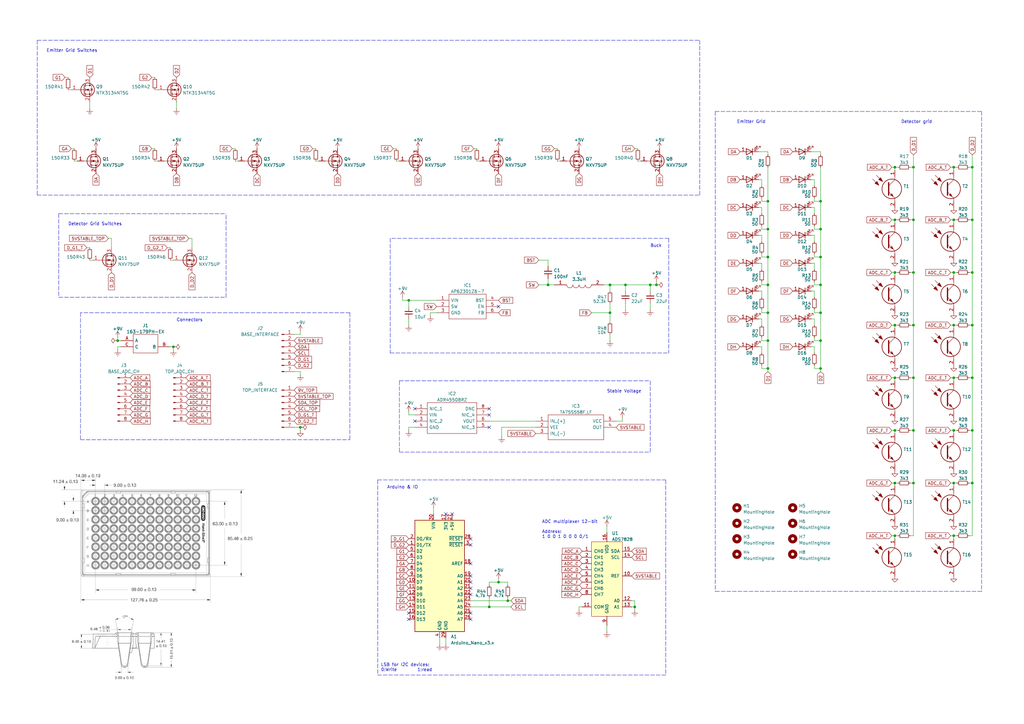
<source format=kicad_sch>
(kicad_sch (version 20211123) (generator eeschema)
  (paper "A3")
  (title_block (title "OPSpec Phototransistor Test") (company "Sachit Kshatriya"))
  (junction (at 314.96 151.13))
  (junction (at 374.65 198.12))
  (junction (at 398.78 133.35))
  (junction (at 391.16 90.17))
  (junction (at 391.16 68.58))
  (junction (at 398.78 68.58))
  (junction (at 336.55 128.27))
  (junction (at 314.96 116.84))
  (junction (at 200.66 248.92))
  (junction (at 391.16 219.71))
  (junction (at 256.54 116.84))
  (junction (at 336.55 93.98))
  (junction (at 208.28 246.38))
  (junction (at 250.19 128.27))
  (junction (at 398.78 154.94))
  (junction (at 48.26 139.7))
  (junction (at 336.55 139.7))
  (junction (at 374.65 154.94))
  (junction (at 336.55 82.55))
  (junction (at 250.19 116.84))
  (junction (at 391.16 198.12))
  (junction (at 374.65 90.17))
  (junction (at 123.19 175.26))
  (junction (at 367.03 198.12))
  (junction (at 391.16 133.35))
  (junction (at 224.79 116.84))
  (junction (at 374.65 176.53))
  (junction (at 314.96 128.27))
  (junction (at 336.55 116.84))
  (junction (at 367.03 133.35))
  (junction (at 398.78 198.12))
  (junction (at 336.55 151.13))
  (junction (at 367.03 68.58))
  (junction (at 374.65 111.76))
  (junction (at 314.96 93.98))
  (junction (at 391.16 176.53))
  (junction (at 367.03 219.71))
  (junction (at 398.78 111.76))
  (junction (at 314.96 139.7))
  (junction (at 374.65 68.58))
  (junction (at 314.96 105.41))
  (junction (at 336.55 105.41))
  (junction (at 398.78 90.17))
  (junction (at 398.78 176.53))
  (junction (at 266.7 116.84))
  (junction (at 367.03 176.53))
  (junction (at 167.64 123.19))
  (junction (at 367.03 154.94))
  (junction (at 391.16 154.94))
  (junction (at 260.35 248.92))
  (junction (at 367.03 111.76))
  (junction (at 269.24 116.84))
  (junction (at 204.47 238.76))
  (junction (at 374.65 133.35))
  (junction (at 314.96 82.55))
  (junction (at 71.12 142.24))
  (junction (at 367.03 90.17))
  (junction (at 391.16 111.76))
  (no_connect (at 167.64 251.46))
  (no_connect (at 193.04 231.14))
  (no_connect (at 185.42 210.82))
  (no_connect (at 204.47 125.73))
  (no_connect (at 193.04 254))
  (no_connect (at 200.66 175.26))
  (no_connect (at 193.04 236.22))
  (no_connect (at 193.04 220.98))
  (no_connect (at 170.18 167.64))
  (no_connect (at 182.88 210.82))
  (no_connect (at 200.66 170.18))
  (no_connect (at 193.04 241.3))
  (no_connect (at 200.66 167.64))
  (no_connect (at 193.04 243.84))
  (no_connect (at 193.04 238.76))
  (no_connect (at 193.04 223.52))
  (no_connect (at 170.18 172.72))
  (no_connect (at 167.64 254))
  (no_connect (at 193.04 251.46))
  (wire (pts (xy 204.47 238.76) (xy 208.28 238.76)))
  (wire (pts (xy 200.66 172.72) (xy 219.71 172.72)))
  (wire (pts (xy 373.38 68.58) (xy 374.65 68.58)))
  (wire (pts (xy 373.38 198.12) (xy 374.65 198.12)))
  (wire (pts (xy 312.42 142.24) (xy 312.42 144.78)))
  (polyline (pts (xy 15.24 16.51) (xy 287.02 16.51)))
  (wire (pts (xy 334.01 116.84) (xy 336.55 116.84)))
  (wire (pts (xy 312.42 105.41) (xy 314.96 105.41)))
  (wire (pts (xy 397.51 90.17) (xy 398.78 90.17)))
  (wire (pts (xy 209.55 246.38) (xy 208.28 246.38)))
  (wire (pts (xy 205.74 175.26) (xy 219.71 175.26)))
  (wire (pts (xy 334.01 104.14) (xy 334.01 105.41)))
  (wire (pts (xy 367.03 68.58) (xy 368.3 68.58)))
  (wire (pts (xy 312.42 119.38) (xy 312.42 121.92)))
  (wire (pts (xy 193.04 248.92) (xy 200.66 248.92)))
  (wire (pts (xy 374.65 63.5) (xy 374.65 68.58)))
  (wire (pts (xy 224.79 116.84) (xy 227.33 116.84)))
  (wire (pts (xy 237.49 248.92) (xy 238.76 248.92)))
  (wire (pts (xy 165.1 123.19) (xy 167.64 123.19)))
  (wire (pts (xy 312.42 96.52) (xy 312.42 99.06)))
  (wire (pts (xy 200.66 238.76) (xy 204.47 238.76)))
  (wire (pts (xy 167.64 123.19) (xy 179.07 123.19)))
  (wire (pts (xy 312.42 85.09) (xy 312.42 87.63)))
  (wire (pts (xy 398.78 63.5) (xy 398.78 68.58)))
  (wire (pts (xy 336.55 152.4) (xy 336.55 151.13)))
  (wire (pts (xy 334.01 96.52) (xy 334.01 99.06)))
  (wire (pts (xy 397.51 154.94) (xy 398.78 154.94)))
  (wire (pts (xy 367.03 154.94) (xy 367.03 156.21)))
  (wire (pts (xy 332.74 142.24) (xy 334.01 142.24)))
  (wire (pts (xy 334.01 151.13) (xy 334.01 149.86)))
  (wire (pts (xy 200.66 240.03) (xy 200.66 238.76)))
  (wire (pts (xy 373.38 176.53) (xy 374.65 176.53)))
  (wire (pts (xy 36.83 41.91) (xy 36.83 44.45)))
  (wire (pts (xy 165.1 121.92) (xy 165.1 123.19)))
  (wire (pts (xy 367.03 219.71) (xy 368.3 219.71)))
  (wire (pts (xy 367.03 176.53) (xy 368.3 176.53)))
  (wire (pts (xy 311.15 96.52) (xy 312.42 96.52)))
  (wire (pts (xy 250.19 124.46) (xy 250.19 128.27)))
  (wire (pts (xy 311.15 107.95) (xy 312.42 107.95)))
  (wire (pts (xy 36.83 106.68) (xy 38.1 106.68)))
  (wire (pts (xy 167.64 175.26) (xy 170.18 175.26)))
  (wire (pts (xy 266.7 124.46) (xy 266.7 127)))
  (wire (pts (xy 312.42 82.55) (xy 314.96 82.55)))
  (wire (pts (xy 391.16 219.71) (xy 392.43 219.71)))
  (polyline (pts (xy 402.59 242.57) (xy 293.37 242.57)))
  (wire (pts (xy 334.01 105.41) (xy 336.55 105.41)))
  (wire (pts (xy 237.49 250.19) (xy 237.49 248.92)))
  (wire (pts (xy 204.47 237.49) (xy 204.47 238.76)))
  (wire (pts (xy 250.19 137.16) (xy 250.19 139.7)))
  (wire (pts (xy 177.8 208.28) (xy 177.8 210.82)))
  (wire (pts (xy 312.42 81.28) (xy 312.42 82.55)))
  (wire (pts (xy 259.08 246.38) (xy 260.35 246.38)))
  (wire (pts (xy 391.16 90.17) (xy 391.16 91.44)))
  (wire (pts (xy 332.74 107.95) (xy 334.01 107.95)))
  (wire (pts (xy 391.16 219.71) (xy 391.16 220.98)))
  (wire (pts (xy 312.42 115.57) (xy 312.42 116.84)))
  (wire (pts (xy 312.42 73.66) (xy 312.42 76.2)))
  (wire (pts (xy 367.03 154.94) (xy 368.3 154.94)))
  (wire (pts (xy 167.64 168.91) (xy 167.64 170.18)))
  (wire (pts (xy 314.96 116.84) (xy 314.96 128.27)))
  (wire (pts (xy 49.53 142.24) (xy 48.26 142.24)))
  (wire (pts (xy 391.16 176.53) (xy 391.16 177.8)))
  (wire (pts (xy 250.19 116.84) (xy 247.65 116.84)))
  (wire (pts (xy 224.79 106.68) (xy 224.79 109.22)))
  (wire (pts (xy 314.96 93.98) (xy 314.96 105.41)))
  (wire (pts (xy 228.6 66.04) (xy 229.87 66.04)))
  (wire (pts (xy 332.74 73.66) (xy 334.01 73.66)))
  (wire (pts (xy 167.64 130.81) (xy 167.64 133.35)))
  (wire (pts (xy 334.01 142.24) (xy 334.01 144.78)))
  (wire (pts (xy 62.23 31.75) (xy 63.5 31.75)))
  (wire (pts (xy 194.31 60.96) (xy 195.58 60.96)))
  (wire (pts (xy 373.38 90.17) (xy 374.65 90.17)))
  (wire (pts (xy 209.55 248.92) (xy 200.66 248.92)))
  (wire (pts (xy 312.42 116.84) (xy 314.96 116.84)))
  (wire (pts (xy 248.92 256.54) (xy 248.92 259.08)))
  (wire (pts (xy 367.03 219.71) (xy 367.03 220.98)))
  (wire (pts (xy 391.16 198.12) (xy 391.16 199.39)))
  (wire (pts (xy 391.16 133.35) (xy 392.43 133.35)))
  (polyline (pts (xy 24.13 87.63) (xy 92.71 87.63)))
  (wire (pts (xy 78.74 97.79) (xy 78.74 101.6)))
  (wire (pts (xy 334.01 107.95) (xy 334.01 110.49)))
  (wire (pts (xy 179.07 128.27) (xy 176.53 128.27)))
  (wire (pts (xy 332.74 130.81) (xy 334.01 130.81)))
  (polyline (pts (xy 15.24 16.51) (xy 15.24 80.01)))
  (wire (pts (xy 374.65 90.17) (xy 374.65 111.76)))
  (wire (pts (xy 365.76 90.17) (xy 367.03 90.17)))
  (wire (pts (xy 48.26 142.24) (xy 48.26 143.51)))
  (wire (pts (xy 180.34 261.62) (xy 180.34 264.16)))
  (wire (pts (xy 123.19 176.53) (xy 123.19 175.26)))
  (wire (pts (xy 334.01 138.43) (xy 334.01 139.7)))
  (wire (pts (xy 96.52 66.04) (xy 97.79 66.04)))
  (wire (pts (xy 312.42 130.81) (xy 312.42 133.35)))
  (wire (pts (xy 397.51 111.76) (xy 398.78 111.76)))
  (wire (pts (xy 391.16 111.76) (xy 391.16 113.03)))
  (wire (pts (xy 374.65 154.94) (xy 374.65 176.53)))
  (wire (pts (xy 182.88 261.62) (xy 182.88 264.16)))
  (wire (pts (xy 200.66 245.11) (xy 200.66 248.92)))
  (wire (pts (xy 334.01 128.27) (xy 336.55 128.27)))
  (wire (pts (xy 311.15 85.09) (xy 312.42 85.09)))
  (wire (pts (xy 220.98 116.84) (xy 224.79 116.84)))
  (wire (pts (xy 334.01 151.13) (xy 336.55 151.13)))
  (wire (pts (xy 373.38 133.35) (xy 374.65 133.35)))
  (wire (pts (xy 242.57 128.27) (xy 250.19 128.27)))
  (wire (pts (xy 261.62 66.04) (xy 262.89 66.04)))
  (wire (pts (xy 123.19 137.16) (xy 120.65 137.16)))
  (polyline (pts (xy 293.37 45.72) (xy 293.37 242.57)))
  (wire (pts (xy 389.89 133.35) (xy 391.16 133.35)))
  (wire (pts (xy 389.89 219.71) (xy 391.16 219.71)))
  (wire (pts (xy 129.54 66.04) (xy 130.81 66.04)))
  (wire (pts (xy 334.01 81.28) (xy 334.01 82.55)))
  (wire (pts (xy 373.38 219.71) (xy 374.65 219.71)))
  (wire (pts (xy 167.64 170.18) (xy 170.18 170.18)))
  (wire (pts (xy 260.35 248.92) (xy 260.35 250.19)))
  (wire (pts (xy 391.16 154.94) (xy 392.43 154.94)))
  (wire (pts (xy 391.16 68.58) (xy 391.16 69.85)))
  (wire (pts (xy 312.42 93.98) (xy 314.96 93.98)))
  (wire (pts (xy 77.47 97.79) (xy 78.74 97.79)))
  (wire (pts (xy 62.23 60.96) (xy 63.5 60.96)))
  (wire (pts (xy 123.19 152.4) (xy 123.19 153.67)))
  (polyline (pts (xy 15.24 80.01) (xy 287.02 80.01)))
  (wire (pts (xy 336.55 139.7) (xy 336.55 151.13)))
  (wire (pts (xy 220.98 106.68) (xy 224.79 106.68)))
  (wire (pts (xy 48.26 139.7) (xy 49.53 139.7)))
  (wire (pts (xy 256.54 116.84) (xy 256.54 119.38)))
  (wire (pts (xy 336.55 62.23) (xy 336.55 63.5)))
  (wire (pts (xy 312.42 151.13) (xy 312.42 149.86)))
  (polyline (pts (xy 24.13 87.63) (xy 24.13 121.92)))
  (wire (pts (xy 314.96 105.41) (xy 314.96 116.84)))
  (wire (pts (xy 365.76 133.35) (xy 367.03 133.35)))
  (wire (pts (xy 314.96 68.58) (xy 314.96 82.55)))
  (wire (pts (xy 373.38 111.76) (xy 374.65 111.76)))
  (wire (pts (xy 269.24 115.57) (xy 269.24 116.84)))
  (wire (pts (xy 336.55 82.55) (xy 336.55 93.98)))
  (wire (pts (xy 374.65 176.53) (xy 374.65 198.12)))
  (wire (pts (xy 398.78 68.58) (xy 398.78 90.17)))
  (wire (pts (xy 260.35 246.38) (xy 260.35 248.92)))
  (wire (pts (xy 367.03 90.17) (xy 368.3 90.17)))
  (wire (pts (xy 255.27 172.72) (xy 252.73 172.72)))
  (wire (pts (xy 373.38 154.94) (xy 374.65 154.94)))
  (wire (pts (xy 336.55 105.41) (xy 336.55 116.84)))
  (polyline (pts (xy 293.37 45.72) (xy 402.59 45.72)))
  (wire (pts (xy 332.74 85.09) (xy 334.01 85.09)))
  (wire (pts (xy 365.76 111.76) (xy 367.03 111.76)))
  (wire (pts (xy 208.28 245.11) (xy 208.28 246.38)))
  (wire (pts (xy 45.72 97.79) (xy 45.72 101.6)))
  (wire (pts (xy 391.16 198.12) (xy 392.43 198.12)))
  (wire (pts (xy 365.76 68.58) (xy 367.03 68.58)))
  (wire (pts (xy 334.01 139.7) (xy 336.55 139.7)))
  (wire (pts (xy 314.96 82.55) (xy 314.96 93.98)))
  (wire (pts (xy 389.89 154.94) (xy 391.16 154.94)))
  (wire (pts (xy 311.15 73.66) (xy 312.42 73.66)))
  (wire (pts (xy 365.76 219.71) (xy 367.03 219.71)))
  (wire (pts (xy 367.03 133.35) (xy 367.03 134.62)))
  (wire (pts (xy 398.78 133.35) (xy 398.78 154.94)))
  (wire (pts (xy 71.12 142.24) (xy 69.85 142.24)))
  (wire (pts (xy 120.65 152.4) (xy 123.19 152.4)))
  (wire (pts (xy 259.08 248.92) (xy 260.35 248.92)))
  (wire (pts (xy 208.28 238.76) (xy 208.28 240.03)))
  (wire (pts (xy 311.15 142.24) (xy 312.42 142.24)))
  (wire (pts (xy 167.64 123.19) (xy 167.64 125.73)))
  (wire (pts (xy 336.55 68.58) (xy 336.55 82.55)))
  (wire (pts (xy 332.74 62.23) (xy 336.55 62.23)))
  (polyline (pts (xy 274.32 97.79) (xy 274.32 144.78)))
  (wire (pts (xy 256.54 116.84) (xy 266.7 116.84)))
  (wire (pts (xy 374.65 111.76) (xy 374.65 133.35)))
  (wire (pts (xy 397.51 68.58) (xy 398.78 68.58)))
  (wire (pts (xy 367.03 133.35) (xy 368.3 133.35)))
  (wire (pts (xy 250.19 128.27) (xy 250.19 132.08)))
  (wire (pts (xy 314.96 152.4) (xy 314.96 151.13)))
  (wire (pts (xy 398.78 111.76) (xy 398.78 133.35)))
  (wire (pts (xy 334.01 130.81) (xy 334.01 133.35)))
  (wire (pts (xy 123.19 135.89) (xy 123.19 137.16)))
  (wire (pts (xy 334.01 127) (xy 334.01 128.27)))
  (wire (pts (xy 123.19 175.26) (xy 120.65 175.26)))
  (wire (pts (xy 334.01 92.71) (xy 334.01 93.98)))
  (wire (pts (xy 176.53 128.27) (xy 176.53 129.54)))
  (wire (pts (xy 367.03 111.76) (xy 367.03 113.03)))
  (wire (pts (xy 398.78 90.17) (xy 398.78 111.76)))
  (wire (pts (xy 311.15 119.38) (xy 312.42 119.38)))
  (wire (pts (xy 367.03 198.12) (xy 367.03 199.39)))
  (wire (pts (xy 389.89 90.17) (xy 391.16 90.17)))
  (wire (pts (xy 72.39 41.91) (xy 72.39 44.45)))
  (wire (pts (xy 71.12 143.51) (xy 71.12 142.24)))
  (polyline (pts (xy 33.02 128.27) (xy 33.02 180.34)))
  (wire (pts (xy 367.03 198.12) (xy 368.3 198.12)))
  (polyline (pts (xy 24.13 121.92) (xy 92.71 121.92)))
  (wire (pts (xy 161.29 60.96) (xy 162.56 60.96)))
  (polyline (pts (xy 143.51 128.27) (xy 33.02 128.27)))
  (wire (pts (xy 397.51 133.35) (xy 398.78 133.35)))
  (polyline (pts (xy 273.05 276.86) (xy 154.94 276.86)))
  (wire (pts (xy 63.5 36.83) (xy 64.77 36.83)))
  (wire (pts (xy 389.89 198.12) (xy 391.16 198.12)))
  (wire (pts (xy 334.01 82.55) (xy 336.55 82.55)))
  (wire (pts (xy 391.16 68.58) (xy 392.43 68.58)))
  (wire (pts (xy 128.27 60.96) (xy 129.54 60.96)))
  (wire (pts (xy 334.01 115.57) (xy 334.01 116.84)))
  (wire (pts (xy 374.65 198.12) (xy 374.65 219.71)))
  (wire (pts (xy 367.03 90.17) (xy 367.03 91.44)))
  (wire (pts (xy 398.78 176.53) (xy 398.78 198.12)))
  (wire (pts (xy 227.33 60.96) (xy 228.6 60.96)))
  (wire (pts (xy 334.01 93.98) (xy 336.55 93.98)))
  (polyline (pts (xy 266.7 185.42) (xy 266.7 156.21)))
  (wire (pts (xy 389.89 68.58) (xy 391.16 68.58)))
  (wire (pts (xy 397.51 198.12) (xy 398.78 198.12)))
  (wire (pts (xy 389.89 111.76) (xy 391.16 111.76)))
  (wire (pts (xy 311.15 62.23) (xy 314.96 62.23)))
  (wire (pts (xy 398.78 154.94) (xy 398.78 176.53)))
  (wire (pts (xy 365.76 154.94) (xy 367.03 154.94)))
  (wire (pts (xy 68.58 101.6) (xy 69.85 101.6)))
  (wire (pts (xy 312.42 128.27) (xy 314.96 128.27)))
  (wire (pts (xy 391.16 90.17) (xy 392.43 90.17)))
  (wire (pts (xy 367.03 68.58) (xy 367.03 69.85)))
  (wire (pts (xy 63.5 66.04) (xy 64.77 66.04)))
  (wire (pts (xy 248.92 215.9) (xy 248.92 218.44)))
  (wire (pts (xy 336.55 128.27) (xy 336.55 139.7)))
  (wire (pts (xy 367.03 111.76) (xy 368.3 111.76)))
  (wire (pts (xy 312.42 138.43) (xy 312.42 139.7)))
  (wire (pts (xy 332.74 96.52) (xy 334.01 96.52)))
  (wire (pts (xy 391.16 176.53) (xy 392.43 176.53)))
  (polyline (pts (xy 274.32 97.79) (xy 160.02 97.79)))
  (wire (pts (xy 167.64 176.53) (xy 167.64 175.26)))
  (wire (pts (xy 336.55 116.84) (xy 336.55 128.27)))
  (wire (pts (xy 365.76 198.12) (xy 367.03 198.12)))
  (wire (pts (xy 26.67 31.75) (xy 27.94 31.75)))
  (wire (pts (xy 374.65 68.58) (xy 374.65 90.17)))
  (wire (pts (xy 256.54 124.46) (xy 256.54 127)))
  (wire (pts (xy 314.96 128.27) (xy 314.96 139.7)))
  (wire (pts (xy 162.56 66.04) (xy 163.83 66.04)))
  (wire (pts (xy 266.7 116.84) (xy 269.24 116.84)))
  (wire (pts (xy 255.27 171.45) (xy 255.27 172.72)))
  (polyline (pts (xy 92.71 121.92) (xy 92.71 87.63)))
  (polyline (pts (xy 160.02 144.78) (xy 274.32 144.78)))
  (wire (pts (xy 311.15 130.81) (xy 312.42 130.81)))
  (polyline (pts (xy 163.83 156.21) (xy 266.7 156.21)))
  (wire (pts (xy 397.51 219.71) (xy 398.78 219.71)))
  (wire (pts (xy 389.89 176.53) (xy 391.16 176.53)))
  (wire (pts (xy 334.01 73.66) (xy 334.01 76.2)))
  (wire (pts (xy 193.04 246.38) (xy 208.28 246.38)))
  (wire (pts (xy 29.21 60.96) (xy 30.48 60.96)))
  (wire (pts (xy 48.26 138.43) (xy 48.26 139.7)))
  (wire (pts (xy 312.42 139.7) (xy 314.96 139.7)))
  (polyline (pts (xy 154.94 196.85) (xy 273.05 196.85)))
  (wire (pts (xy 44.45 97.79) (xy 45.72 97.79)))
  (wire (pts (xy 312.42 107.95) (xy 312.42 110.49)))
  (wire (pts (xy 314.96 139.7) (xy 314.96 151.13)))
  (wire (pts (xy 391.16 133.35) (xy 391.16 134.62)))
  (wire (pts (xy 336.55 93.98) (xy 336.55 105.41)))
  (polyline (pts (xy 33.02 180.34) (xy 143.51 180.34)))
  (wire (pts (xy 250.19 116.84) (xy 250.19 119.38)))
  (wire (pts (xy 391.16 111.76) (xy 392.43 111.76)))
  (wire (pts (xy 312.42 92.71) (xy 312.42 93.98)))
  (wire (pts (xy 205.74 179.07) (xy 205.74 175.26)))
  (wire (pts (xy 224.79 114.3) (xy 224.79 116.84)))
  (wire (pts (xy 332.74 119.38) (xy 334.01 119.38)))
  (polyline (pts (xy 163.83 185.42) (xy 266.7 185.42)))
  (wire (pts (xy 314.96 62.23) (xy 314.96 63.5)))
  (wire (pts (xy 312.42 151.13) (xy 314.96 151.13)))
  (wire (pts (xy 260.35 60.96) (xy 261.62 60.96)))
  (wire (pts (xy 35.56 101.6) (xy 36.83 101.6)))
  (wire (pts (xy 398.78 198.12) (xy 398.78 219.71)))
  (polyline (pts (xy 143.51 128.27) (xy 143.51 180.34)))
  (wire (pts (xy 95.25 60.96) (xy 96.52 60.96)))
  (wire (pts (xy 250.19 116.84) (xy 256.54 116.84)))
  (wire (pts (xy 334.01 119.38) (xy 334.01 121.92)))
  (polyline (pts (xy 160.02 97.79) (xy 160.02 144.78)))
  (wire (pts (xy 334.01 85.09) (xy 334.01 87.63)))
  (wire (pts (xy 266.7 119.38) (xy 266.7 116.84)))
  (wire (pts (xy 397.51 176.53) (xy 398.78 176.53)))
  (wire (pts (xy 30.48 66.04) (xy 31.75 66.04)))
  (polyline (pts (xy 287.02 80.01) (xy 287.02 16.51)))
  (wire (pts (xy 312.42 127) (xy 312.42 128.27)))
  (polyline (pts (xy 402.59 45.72) (xy 402.59 242.57)))
  (wire (pts (xy 391.16 154.94) (xy 391.16 156.21)))
  (wire (pts (xy 374.65 133.35) (xy 374.65 154.94)))
  (wire (pts (xy 69.85 106.68) (xy 71.12 106.68)))
  (wire (pts (xy 367.03 176.53) (xy 367.03 177.8)))
  (polyline (pts (xy 163.83 156.21) (xy 163.83 185.42)))
  (polyline (pts (xy 154.94 196.85) (xy 154.94 276.86)))
  (polyline (pts (xy 273.05 196.85) (xy 273.05 276.86)))
  (wire (pts (xy 365.76 176.53) (xy 367.03 176.53)))
  (wire (pts (xy 312.42 104.14) (xy 312.42 105.41)))
  (wire (pts (xy 195.58 66.04) (xy 196.85 66.04)))
  (wire (pts (xy 27.94 36.83) (xy 29.21 36.83)))
  (image (at 60.96 236.22) (scale 1.90167))
  (text "ADC multiplexer 12-bit\n\nAddress:\n1 0 0 1 0 0 0 0/1" (at 222.25 220.98 0) (effects (font (size 1.27 1.27)) (justify left bottom)))
  (text "Arduino & IO" (at 158.75 200.66 0) (effects (font (size 1.27 1.27)) (justify left bottom)))
  (text "Connectors" (at 72.39 132.08 0) (effects (font (size 1.27 1.27)) (justify left bottom)))
  (text "Detector Grid Switches" (at 27.94 92.71 0) (effects (font (size 1.27 1.27)) (justify left bottom)))
  (text "Emitter Grid Switches" (at 19.05 21.59 0) (effects (font (size 1.27 1.27)) (justify left bottom)))
  (text "Detector grid" (at 369.57 50.8 0) (effects (font (size 1.27 1.27)) (justify left bottom)))
  (text "Buck" (at 266.7 101.6 0) (effects (font (size 1.27 1.27)) (justify left bottom)))
  (text "LSB for I2C devices:\n0:Write		1:read" (at 156.21 275.59 0) (effects (font (size 1.27 1.27)) (justify left bottom)))
  (text "Emitter Grid" (at 302.26 50.8 0) (effects (font (size 1.27 1.27)) (justify left bottom)))
  (text "Stable Voltage" (at 248.92 161.29 0) (effects (font (size 1.27 1.27)) (justify left bottom)))
  (global_label "BST" (shape input) (at 220.98 106.68 180) (property "Intersheet References" "${INTERSHEET_REFS}" (effects hide)))
  (global_label "DD" (shape input) (at 325.12 96.52 180) (property "Intersheet References" "${INTERSHEET_REFS}" (effects hide)))
  (global_label "ADC_A" (shape input) (at 238.76 226.06 180) (property "Intersheet References" "${INTERSHEET_REFS}" (effects hide)))
  (global_label "ADC_A_T" (shape input) (at 76.2 154.94 0) (property "Intersheet References" "${INTERSHEET_REFS}" (effects hide)))
  (global_label "SDA" (shape input) (at 120.65 142.24 0) (property "Intersheet References" "${INTERSHEET_REFS}" (effects hide)))
  (global_label "DB" (shape input) (at 72.39 71.12 270) (property "Intersheet References" "${INTERSHEET_REFS}" (effects hide)))
  (global_label "BST" (shape input) (at 204.47 123.19 0) (property "Intersheet References" "${INTERSHEET_REFS}" (effects hide)))
  (global_label "D_G2_T" (shape input) (at 68.58 101.6 180) (property "Intersheet References" "${INTERSHEET_REFS}" (effects hide)))
  (global_label "ADC_B_T" (shape input) (at 76.2 157.48 0) (property "Intersheet References" "${INTERSHEET_REFS}" (effects hide)))
  (global_label "ADC_A_T" (shape input) (at 365.76 68.58 180) (property "Intersheet References" "${INTERSHEET_REFS}" (effects hide)))
  (global_label "SCL" (shape input) (at 120.65 144.78 0) (property "Intersheet References" "${INTERSHEET_REFS}" (effects hide)))
  (global_label "D_D2" (shape input) (at 78.74 111.76 270) (property "Intersheet References" "${INTERSHEET_REFS}" (effects hide)))
  (global_label "DG" (shape input) (at 325.12 130.81 180) (property "Intersheet References" "${INTERSHEET_REFS}" (effects hide)))
  (global_label "SW" (shape input) (at 220.98 116.84 180) (property "Intersheet References" "${INTERSHEET_REFS}" (effects hide)))
  (global_label "5VSTABLE" (shape input) (at 120.65 139.7 0) (property "Intersheet References" "${INTERSHEET_REFS}" (effects hide)))
  (global_label "ADC_H_T" (shape input) (at 365.76 219.71 180) (property "Intersheet References" "${INTERSHEET_REFS}" (effects hide)))
  (global_label "GD" (shape input) (at 167.64 238.76 180) (property "Intersheet References" "${INTERSHEET_REFS}" (effects hide)))
  (global_label "FB" (shape input) (at 242.57 128.27 180) (property "Intersheet References" "${INTERSHEET_REFS}" (effects hide)))
  (global_label "ADC_F" (shape input) (at 53.34 167.64 0) (property "Intersheet References" "${INTERSHEET_REFS}" (effects hide)))
  (global_label "ADC_E" (shape input) (at 238.76 236.22 180) (property "Intersheet References" "${INTERSHEET_REFS}" (effects hide)))
  (global_label "DE" (shape input) (at 171.45 71.12 270) (property "Intersheet References" "${INTERSHEET_REFS}" (effects hide)))
  (global_label "D1" (shape input) (at 314.96 152.4 270) (property "Intersheet References" "${INTERSHEET_REFS}" (effects hide)))
  (global_label "GH" (shape input) (at 167.64 248.92 180) (property "Intersheet References" "${INTERSHEET_REFS}" (effects hide)))
  (global_label "ADC_G" (shape input) (at 53.34 170.18 0) (property "Intersheet References" "${INTERSHEET_REFS}" (effects hide)))
  (global_label "ADC_C_T" (shape input) (at 365.76 111.76 180) (property "Intersheet References" "${INTERSHEET_REFS}" (effects hide)))
  (global_label "GB" (shape input) (at 62.23 60.96 180) (property "Intersheet References" "${INTERSHEET_REFS}" (effects hide)))
  (global_label "SCL" (shape input) (at 259.08 228.6 0) (property "Intersheet References" "${INTERSHEET_REFS}" (effects hide)))
  (global_label "ADC_E" (shape input) (at 53.34 165.1 0) (property "Intersheet References" "${INTERSHEET_REFS}" (effects hide)))
  (global_label "ADC_H" (shape input) (at 53.34 172.72 0) (property "Intersheet References" "${INTERSHEET_REFS}" (effects hide)))
  (global_label "5VSTABLE_TOP" (shape input) (at 44.45 97.79 180) (property "Intersheet References" "${INTERSHEET_REFS}" (effects hide)))
  (global_label "DH" (shape input) (at 270.51 71.12 270) (property "Intersheet References" "${INTERSHEET_REFS}" (effects hide)))
  (global_label "ADC_C" (shape input) (at 53.34 160.02 0) (property "Intersheet References" "${INTERSHEET_REFS}" (effects hide)))
  (global_label "DA" (shape input) (at 39.37 71.12 270) (property "Intersheet References" "${INTERSHEET_REFS}" (effects hide)))
  (global_label "ADC_C_T" (shape input) (at 389.89 111.76 180) (property "Intersheet References" "${INTERSHEET_REFS}" (effects hide)))
  (global_label "D_G1" (shape input) (at 167.64 220.98 180) (property "Intersheet References" "${INTERSHEET_REFS}" (effects hide)))
  (global_label "DG" (shape input) (at 237.49 71.12 270) (property "Intersheet References" "${INTERSHEET_REFS}" (effects hide)))
  (global_label "D_G2_T" (shape input) (at 120.65 172.72 0) (property "Intersheet References" "${INTERSHEET_REFS}" (effects hide)))
  (global_label "ADC_F_T" (shape input) (at 365.76 176.53 180) (property "Intersheet References" "${INTERSHEET_REFS}" (effects hide)))
  (global_label "ADC_G" (shape input) (at 238.76 241.3 180) (property "Intersheet References" "${INTERSHEET_REFS}" (effects hide)))
  (global_label "GE" (shape input) (at 161.29 60.96 180) (property "Intersheet References" "${INTERSHEET_REFS}" (effects hide)))
  (global_label "DC" (shape input) (at 105.41 71.12 270) (property "Intersheet References" "${INTERSHEET_REFS}" (effects hide)))
  (global_label "G2" (shape input) (at 167.64 228.6 180) (property "Intersheet References" "${INTERSHEET_REFS}" (effects hide)))
  (global_label "D_D2" (shape input) (at 398.78 63.5 90) (property "Intersheet References" "${INTERSHEET_REFS}" (effects hide)))
  (global_label "GG" (shape input) (at 167.64 246.38 180) (property "Intersheet References" "${INTERSHEET_REFS}" (effects hide)))
  (global_label "G1" (shape input) (at 26.67 31.75 180) (property "Intersheet References" "${INTERSHEET_REFS}" (effects hide)))
  (global_label "DA" (shape input) (at 325.12 62.23 180) (property "Intersheet References" "${INTERSHEET_REFS}" (effects hide)))
  (global_label "ADC_B_T" (shape input) (at 365.76 90.17 180) (property "Intersheet References" "${INTERSHEET_REFS}" (effects hide)))
  (global_label "D_G1_T" (shape input) (at 35.56 101.6 180) (property "Intersheet References" "${INTERSHEET_REFS}" (effects hide)))
  (global_label "GE" (shape input) (at 167.64 241.3 180) (property "Intersheet References" "${INTERSHEET_REFS}" (effects hide)))
  (global_label "GB" (shape input) (at 167.64 233.68 180) (property "Intersheet References" "${INTERSHEET_REFS}" (effects hide)))
  (global_label "D_D1" (shape input) (at 45.72 111.76 270) (property "Intersheet References" "${INTERSHEET_REFS}" (effects hide)))
  (global_label "ADC_F_T" (shape input) (at 389.89 176.53 180) (property "Intersheet References" "${INTERSHEET_REFS}" (effects hide)))
  (global_label "ADC_H" (shape input) (at 238.76 243.84 180) (property "Intersheet References" "${INTERSHEET_REFS}" (effects hide)))
  (global_label "GG" (shape input) (at 227.33 60.96 180) (property "Intersheet References" "${INTERSHEET_REFS}" (effects hide)))
  (global_label "DD" (shape input) (at 138.43 71.12 270) (property "Intersheet References" "${INTERSHEET_REFS}" (effects hide)))
  (global_label "DB" (shape input) (at 303.53 73.66 180) (property "Intersheet References" "${INTERSHEET_REFS}" (effects hide)))
  (global_label "ADC_H_T" (shape input) (at 76.2 172.72 0) (property "Intersheet References" "${INTERSHEET_REFS}" (effects hide)))
  (global_label "DC" (shape input) (at 325.12 85.09 180) (property "Intersheet References" "${INTERSHEET_REFS}" (effects hide)))
  (global_label "GC" (shape input) (at 167.64 236.22 180) (property "Intersheet References" "${INTERSHEET_REFS}" (effects hide)))
  (global_label "ADC_G_T" (shape input) (at 76.2 170.18 0) (property "Intersheet References" "${INTERSHEET_REFS}" (effects hide)))
  (global_label "ADC_E_T" (shape input) (at 389.89 154.94 180) (property "Intersheet References" "${INTERSHEET_REFS}" (effects hide)))
  (global_label "ADC_H_T" (shape input) (at 389.89 219.71 180) (property "Intersheet References" "${INTERSHEET_REFS}" (effects hide)))
  (global_label "D2" (shape input) (at 336.55 152.4 270) (property "Intersheet References" "${INTERSHEET_REFS}" (effects hide)))
  (global_label "ADC_D_T" (shape input) (at 365.76 133.35 180) (property "Intersheet References" "${INTERSHEET_REFS}" (effects hide)))
  (global_label "G1" (shape input) (at 167.64 226.06 180) (property "Intersheet References" "${INTERSHEET_REFS}" (effects hide)))
  (global_label "DF" (shape input) (at 303.53 119.38 180) (property "Intersheet References" "${INTERSHEET_REFS}" (effects hide)))
  (global_label "SCL_TOP" (shape input) (at 120.65 167.64 0) (property "Intersheet References" "${INTERSHEET_REFS}" (effects hide)))
  (global_label "DH" (shape input) (at 325.12 142.24 180) (property "Intersheet References" "${INTERSHEET_REFS}" (effects hide)))
  (global_label "ADC_F_T" (shape input) (at 76.2 167.64 0) (property "Intersheet References" "${INTERSHEET_REFS}" (effects hide)))
  (global_label "DD" (shape input) (at 303.53 96.52 180) (property "Intersheet References" "${INTERSHEET_REFS}" (effects hide)))
  (global_label "SDA" (shape input) (at 209.55 246.38 0) (property "Intersheet References" "${INTERSHEET_REFS}" (effects hide)))
  (global_label "G2" (shape input) (at 62.23 31.75 180) (property "Intersheet References" "${INTERSHEET_REFS}" (effects hide)))
  (global_label "ADC_C_T" (shape input) (at 76.2 160.02 0) (property "Intersheet References" "${INTERSHEET_REFS}" (effects hide)))
  (global_label "5VSTABLE" (shape input) (at 259.08 236.22 0) (property "Intersheet References" "${INTERSHEET_REFS}" (effects hide)))
  (global_label "ADC_D_T" (shape input) (at 389.89 133.35 180) (property "Intersheet References" "${INTERSHEET_REFS}" (effects hide)))
  (global_label "SCL" (shape input) (at 209.55 248.92 0) (property "Intersheet References" "${INTERSHEET_REFS}" (effects hide)))
  (global_label "ADC_B" (shape input) (at 238.76 228.6 180) (property "Intersheet References" "${INTERSHEET_REFS}" (effects hide)))
  (global_label "ADC_B_T" (shape input) (at 389.89 90.17 180) (property "Intersheet References" "${INTERSHEET_REFS}" (effects hide)))
  (global_label "DH" (shape input) (at 303.53 142.24 180) (property "Intersheet References" "${INTERSHEET_REFS}" (effects hide)))
  (global_label "ADC_A_T" (shape input) (at 389.89 68.58 180) (property "Intersheet References" "${INTERSHEET_REFS}" (effects hide)))
  (global_label "5VSTABLE_TOP" (shape input) (at 77.47 97.79 180) (property "Intersheet References" "${INTERSHEET_REFS}" (effects hide)))
  (global_label "D_G2" (shape input) (at 167.64 223.52 180) (property "Intersheet References" "${INTERSHEET_REFS}" (effects hide)))
  (global_label "ADC_A" (shape input) (at 53.34 154.94 0) (property "Intersheet References" "${INTERSHEET_REFS}" (effects hide)))
  (global_label "GF" (shape input) (at 194.31 60.96 180) (property "Intersheet References" "${INTERSHEET_REFS}" (effects hide)))
  (global_label "ADC_D" (shape input) (at 53.34 162.56 0) (property "Intersheet References" "${INTERSHEET_REFS}" (effects hide)))
  (global_label "DF" (shape input) (at 325.12 119.38 180) (property "Intersheet References" "${INTERSHEET_REFS}" (effects hide)))
  (global_label "ADC_G_T" (shape input) (at 365.76 198.12 180) (property "Intersheet References" "${INTERSHEET_REFS}" (effects hide)))
  (global_label "GC" (shape input) (at 95.25 60.96 180) (property "Intersheet References" "${INTERSHEET_REFS}" (effects hide)))
  (global_label "D_G1_T" (shape input) (at 120.65 170.18 0) (property "Intersheet References" "${INTERSHEET_REFS}" (effects hide)))
  (global_label "GA" (shape input) (at 29.21 60.96 180) (property "Intersheet References" "${INTERSHEET_REFS}" (effects hide)))
  (global_label "SDA_TOP" (shape input) (at 120.65 165.1 0) (property "Intersheet References" "${INTERSHEET_REFS}" (effects hide)))
  (global_label "DG" (shape input) (at 303.53 130.81 180) (property "Intersheet References" "${INTERSHEET_REFS}" (effects hide)))
  (global_label "DE" (shape input) (at 303.53 107.95 180) (property "Intersheet References" "${INTERSHEET_REFS}" (effects hide)))
  (global_label "ADC_F" (shape input) (at 238.76 238.76 180) (property "Intersheet References" "${INTERSHEET_REFS}" (effects hide)))
  (global_label "D_G2" (shape input) (at 120.65 149.86 0) (property "Intersheet References" "${INTERSHEET_REFS}" (effects hide)))
  (global_label "ADC_E_T" (shape input) (at 76.2 165.1 0) (property "Intersheet References" "${INTERSHEET_REFS}" (effects hide)))
  (global_label "GF" (shape input) (at 167.64 243.84 180) (property "Intersheet References" "${INTERSHEET_REFS}" (effects hide)))
  (global_label "SDA" (shape input) (at 259.08 226.06 0) (property "Intersheet References" "${INTERSHEET_REFS}" (effects hide)))
  (global_label "SW" (shape input) (at 179.07 125.73 180) (property "Intersheet References" "${INTERSHEET_REFS}" (effects hide)))
  (global_label "DB" (shape input) (at 325.12 73.66 180) (property "Intersheet References" "${INTERSHEET_REFS}" (effects hide)))
  (global_label "GH" (shape input) (at 260.35 60.96 180) (property "Intersheet References" "${INTERSHEET_REFS}" (effects hide)))
  (global_label "5VSTABLE_TOP" (shape input) (at 120.65 162.56 0) (property "Intersheet References" "${INTERSHEET_REFS}" (effects hide)))
  (global_label "ADC_E_T" (shape input) (at 365.76 154.94 180) (property "Intersheet References" "${INTERSHEET_REFS}" (effects hide)))
  (global_label "GA" (shape input) (at 167.64 231.14 180) (property "Intersheet References" "${INTERSHEET_REFS}" (effects hide)))
  (global_label "DF" (shape input) (at 204.47 71.12 270) (property "Intersheet References" "${INTERSHEET_REFS}" (effects hide)))
  (global_label "ADC_D" (shape input) (at 238.76 233.68 180) (property "Intersheet References" "${INTERSHEET_REFS}" (effects hide)))
  (global_label "ADC_G_T" (shape input) (at 389.89 198.12 180) (property "Intersheet References" "${INTERSHEET_REFS}" (effects hide)))
  (global_label "FB" (shape input) (at 204.47 128.27 0) (property "Intersheet References" "${INTERSHEET_REFS}" (effects hide)))
  (global_label "D_D1" (shape input) (at 374.65 63.5 90) (property "Intersheet References" "${INTERSHEET_REFS}" (effects hide)))
  (global_label "D2" (shape input) (at 72.39 31.75 90) (property "Intersheet References" "${INTERSHEET_REFS}" (effects hide)))
  (global_label "D1" (shape input) (at 36.83 31.75 90) (property "Intersheet References" "${INTERSHEET_REFS}" (effects hide)))
  (global_label "9V_TOP" (shape input) (at 120.65 160.02 0) (property "Intersheet References" "${INTERSHEET_REFS}" (effects hide)))
  (global_label "GD" (shape input) (at 128.27 60.96 180) (property "Intersheet References" "${INTERSHEET_REFS}" (effects hide)))
  (global_label "ADC_B" (shape input) (at 53.34 157.48 0) (property "Intersheet References" "${INTERSHEET_REFS}" (effects hide)))
  (global_label "D_G1" (shape input) (at 120.65 147.32 0) (property "Intersheet References" "${INTERSHEET_REFS}" (effects hide)))
  (global_label "DE" (shape input) (at 325.12 107.95 180) (property "Intersheet References" "${INTERSHEET_REFS}" (effects hide)))
  (global_label "DA" (shape input) (at 303.53 62.23 180) (property "Intersheet References" "${INTERSHEET_REFS}" (effects hide)))
  (global_label "ADC_C" (shape input) (at 238.76 231.14 180) (property "Intersheet References" "${INTERSHEET_REFS}" (effects hide)))
  (global_label "ADC_D_T" (shape input) (at 76.2 162.56 0) (property "Intersheet References" "${INTERSHEET_REFS}" (effects hide)))
  (global_label "5VSTABLE" (shape input) (at 219.71 177.8 180) (property "Intersheet References" "${INTERSHEET_REFS}" (effects hide)))
  (global_label "DC" (shape input) (at 303.53 85.09 180) (property "Intersheet References" "${INTERSHEET_REFS}" (effects hide)))
  (global_label "5VSTABLE" (shape input) (at 252.73 175.26 0) (property "Intersheet References" "${INTERSHEET_REFS}" (effects hide)))
  (symbol (lib_id "Device:R_Small") (at 314.96 66.04 0) (mirror x) (unit 1)
    (property "Reference" "R1" (at 313.69 66.04 0) (effects (justify right)))
    (property "Value" "50" (at 313.4614 67.7422 0) (effects (justify right)))
    (property "Footprint" "Resistor_SMD:R_0603_1608Metric" (effects hide))
  )
  (symbol (lib_id "Device:R_Small") (at 63.5 34.29 180) (unit 1)
    (property "Reference" "R42" (at 59.69 35.56 0))
    (property "Value" "150" (at 55.88 35.56 0))
    (property "Footprint" "Resistor_SMD:R_0603_1608Metric" (effects hide))
  )
  (symbol (lib_id "Device:R_Small") (at 334.01 78.74 0) (mirror x) (unit 1)
    (property "Reference" "R10" (at 332.74 78.74 0) (effects (justify right)))
    (property "Value" "50" (at 332.5114 80.4422 0) (effects (justify right)))
    (property "Footprint" "Resistor_SMD:R_0603_1608Metric" (effects hide))
  )
  (symbol (lib_id "LED:GR_JTLPS1.23-G7H4-45-1-150-R33") (at 307.34 142.24 180) (unit 1)
    (property "Reference" "D8" (at 307.34 144.78 0))
    (property "Value" "GR_JTLPS1.23-G7H4-45-1-150-R33" (effects hide))
    (property "Footprint" "SamacSys_Parts:GRJTLPS123G7H4451150R33" (effects hide))
    (property "Description" "High Power LEDs - Single Color Red DURIS E 2835" (effects hide))
    (property "Height" "0.8" (effects hide))
    (property "Mouser Part Number" "720-GRJTLPS123A1052" (effects hide))
    (property "Mouser Price/Stock" "https://www.mouser.co.uk/ProductDetail/OSRAM-Opto-Semiconductors/GR-JTLPS123-G7H4-45-1-150-R33?qs=T94vaHKWudSzDFhf8Pfs5w%3D%3D" (effects hide))
    (property "Manufacturer_Name" "OSRAM" (effects hide))
    (property "Manufacturer_Part_Number" "GR JTLPS1.23-G7H4-45-1-150-R33" (effects hide))
  )
  (symbol (lib_id "LED:GR_JTLPS1.23-G7H4-45-1-150-R33") (at 307.34 85.09 180) (unit 1)
    (property "Reference" "D3" (at 307.34 87.63 0))
    (property "Value" "GR_JTLPS1.23-G7H4-45-1-150-R33" (effects hide))
    (property "Footprint" "SamacSys_Parts:GRJTLPS123G7H4451150R33" (effects hide))
    (property "Description" "High Power LEDs - Single Color Red DURIS E 2835" (effects hide))
    (property "Height" "0.8" (effects hide))
    (property "Mouser Part Number" "720-GRJTLPS123A1052" (effects hide))
    (property "Mouser Price/Stock" "https://www.mouser.co.uk/ProductDetail/OSRAM-Opto-Semiconductors/GR-JTLPS123-G7H4-45-1-150-R33?qs=T94vaHKWudSzDFhf8Pfs5w%3D%3D" (effects hide))
    (property "Manufacturer_Name" "OSRAM" (effects hide))
    (property "Manufacturer_Part_Number" "GR JTLPS1.23-G7H4-45-1-150-R33" (effects hide))
  )
  (symbol (lib_id "power:Earth") (at 248.92 259.08 0) (unit 1)
    (property "Reference" "#PWR032" (effects hide))
    (property "Value" "Earth" (effects hide))
  )
  (symbol (lib_id "SamacSys_Parts:KDT00030TR") (at 367.03 69.85 0) (unit 1)
    (property "Reference" "T1" (at 370.5352 76.3813 0) (effects (justify left)))
    (property "Value" "KDT00030TR" (effects hide))
    (property "Footprint" "SamacSys_Parts:KDT00030TR" (effects hide))
    (property "Datasheet" "https://www.onsemi.com/pub/Collateral/KDT00030-D.PDF" (effects hide))
    (property "Description" "IC, Fairchild, KDT00030TR" (effects hide))
    (property "Height" "0.6" (effects hide))
    (property "Mouser Part Number" "512-KDT00030TR" (effects hide))
    (property "Mouser Price/Stock" "https://www.mouser.co.uk/ProductDetail/ON-Semiconductor-Fairchild/KDT00030TR?qs=ODlIKnK5hgd%252BQDPtPpDhkg%3D%3D" (effects hide))
    (property "Manufacturer_Name" "onsemi" (effects hide))
    (property "Manufacturer_Part_Number" "KDT00030TR" (effects hide))
  )
  (symbol (lib_id "power:GND") (at 367.03 193.04 0) (unit 1)
    (property "Reference" "#PWR012" (effects hide))
    (property "Value" "GND" (effects hide))
  )
  (symbol (lib_id "SamacSys_Parts:KDT00030TR") (at 391.16 156.21 0) (unit 1)
    (property "Reference" "T10" (at 394.6652 162.7413 0) (effects (justify left)))
    (property "Value" "KDT00030TR" (effects hide))
    (property "Footprint" "SamacSys_Parts:KDT00030TR" (effects hide))
    (property "Datasheet" "https://www.onsemi.com/pub/Collateral/KDT00030-D.PDF" (effects hide))
    (property "Description" "IC, Fairchild, KDT00030TR" (effects hide))
    (property "Height" "0.6" (effects hide))
    (property "Mouser Part Number" "512-KDT00030TR" (effects hide))
    (property "Mouser Price/Stock" "https://www.mouser.co.uk/ProductDetail/ON-Semiconductor-Fairchild/KDT00030TR?qs=ODlIKnK5hgd%252BQDPtPpDhkg%3D%3D" (effects hide))
    (property "Manufacturer_Name" "onsemi" (effects hide))
    (property "Manufacturer_Part_Number" "KDT00030TR" (effects hide))
  )
  (symbol (lib_id "power:GND") (at 367.03 236.22 0) (unit 1)
    (property "Reference" "#PWR025" (effects hide))
    (property "Value" "GND" (effects hide))
  )
  (symbol (lib_id "SamacSys_Parts:KDT00030TR") (at 391.16 113.03 0) (unit 1)
    (property "Reference" "T6" (at 394.6652 119.5613 0) (effects (justify left)))
    (property "Value" "KDT00030TR" (effects hide))
    (property "Footprint" "SamacSys_Parts:KDT00030TR" (effects hide))
    (property "Datasheet" "https://www.onsemi.com/pub/Collateral/KDT00030-D.PDF" (effects hide))
    (property "Description" "IC, Fairchild, KDT00030TR" (effects hide))
    (property "Height" "0.6" (effects hide))
    (property "Mouser Part Number" "512-KDT00030TR" (effects hide))
    (property "Mouser Price/Stock" "https://www.mouser.co.uk/ProductDetail/ON-Semiconductor-Fairchild/KDT00030TR?qs=ODlIKnK5hgd%252BQDPtPpDhkg%3D%3D" (effects hide))
    (property "Manufacturer_Name" "onsemi" (effects hide))
    (property "Manufacturer_Part_Number" "KDT00030TR" (effects hide))
  )
  (symbol (lib_id "SamacSys_Parts:163-179PH-EX") (at 69.85 142.24 180) (unit 1)
    (property "Reference" "J1" (at 59.69 133.511 0))
    (property "Value" "163-179PH-EX" (at 59.69 136.0479 0))
    (property "Footprint" "SamacSys_Parts:163179PHEX" (effects hide))
    (property "Datasheet" "https://componentsearchengine.com/Datasheets/1/163-179PH-EX.pdf" (effects hide))
    (property "Description" "DC Power Connectors PCB 2.1MM" (effects hide))
    (property "Height" "11" (effects hide))
    (property "Mouser Part Number" "163-179PH-EX" (effects hide))
    (property "Mouser Price/Stock" "https://www.mouser.co.uk/ProductDetail/Kobiconn/163-179PH-EX?qs=Xb8IjHhkxj5l2UOaIqcGCw%3D%3D" (effects hide))
    (property "Manufacturer_Name" "Kobiconn" (effects hide))
    (property "Manufacturer_Part_Number" "163-179PH-EX" (effects hide))
  )
  (symbol (lib_id "Device:R_Small") (at 312.42 78.74 0) (mirror x) (unit 1)
    (property "Reference" "R2" (at 311.15 78.74 0) (effects (justify right)))
    (property "Value" "50" (at 310.9214 80.4422 0) (effects (justify right)))
    (property "Footprint" "Resistor_SMD:R_0603_1608Metric" (effects hide))
  )
  (symbol (lib_id "power:Earth") (at 167.64 133.35 0) (unit 1)
    (property "Reference" "#PWR044" (effects hide))
    (property "Value" "Earth" (effects hide))
  )
  (symbol (lib_id "power:+5V") (at 72.39 60.96 0) (unit 1)
    (property "Reference" "#PWR016" (effects hide))
    (property "Value" "+5V" (at 72.39 57.3842 0))
  )
  (symbol (lib_id "Device:R_Small") (at 394.97 219.71 270) (unit 1)
    (property "Reference" "R32" (at 394.97 215.2736 90))
    (property "Value" "3k3" (at 394.97 217.8105 90))
    (property "Footprint" "Resistor_SMD:R_0603_1608Metric" (effects hide))
  )
  (symbol (lib_id "SamacSys_Parts:KDT00030TR") (at 391.16 199.39 0) (unit 1)
    (property "Reference" "T14" (at 394.6652 205.9213 0) (effects (justify left)))
    (property "Value" "KDT00030TR" (effects hide))
    (property "Footprint" "SamacSys_Parts:KDT00030TR" (effects hide))
    (property "Datasheet" "https://www.onsemi.com/pub/Collateral/KDT00030-D.PDF" (effects hide))
    (property "Description" "IC, Fairchild, KDT00030TR" (effects hide))
    (property "Height" "0.6" (effects hide))
    (property "Mouser Part Number" "512-KDT00030TR" (effects hide))
    (property "Mouser Price/Stock" "https://www.mouser.co.uk/ProductDetail/ON-Semiconductor-Fairchild/KDT00030TR?qs=ODlIKnK5hgd%252BQDPtPpDhkg%3D%3D" (effects hide))
    (property "Manufacturer_Name" "onsemi" (effects hide))
    (property "Manufacturer_Part_Number" "KDT00030TR" (effects hide))
  )
  (symbol (lib_id "LED:GR_JTLPS1.23-G7H4-45-1-150-R33") (at 328.93 62.23 180) (unit 1)
    (property "Reference" "D9" (at 328.93 64.77 0))
    (property "Value" "GR_JTLPS1.23-G7H4-45-1-150-R33" (effects hide))
    (property "Footprint" "SamacSys_Parts:GRJTLPS123G7H4451150R33" (effects hide))
    (property "Description" "High Power LEDs - Single Color Red DURIS E 2835" (effects hide))
    (property "Height" "0.8" (effects hide))
    (property "Mouser Part Number" "720-GRJTLPS123A1052" (effects hide))
    (property "Mouser Price/Stock" "https://www.mouser.co.uk/ProductDetail/OSRAM-Opto-Semiconductors/GR-JTLPS123-G7H4-45-1-150-R33?qs=T94vaHKWudSzDFhf8Pfs5w%3D%3D" (effects hide))
    (property "Manufacturer_Name" "OSRAM" (effects hide))
    (property "Manufacturer_Part_Number" "GR JTLPS1.23-G7H4-45-1-150-R33" (effects hide))
  )
  (symbol (lib_id "power:GND") (at 391.16 149.86 0) (unit 1)
    (property "Reference" "#PWR08" (effects hide))
    (property "Value" "GND" (effects hide))
  )
  (symbol (lib_id "LED:GR_JTLPS1.23-G7H4-45-1-150-R33") (at 328.93 107.95 180) (unit 1)
    (property "Reference" "D13" (at 328.93 110.49 0))
    (property "Value" "GR_JTLPS1.23-G7H4-45-1-150-R33" (effects hide))
    (property "Footprint" "SamacSys_Parts:GRJTLPS123G7H4451150R33" (effects hide))
    (property "Description" "High Power LEDs - Single Color Red DURIS E 2835" (effects hide))
    (property "Height" "0.8" (effects hide))
    (property "Mouser Part Number" "720-GRJTLPS123A1052" (effects hide))
    (property "Mouser Price/Stock" "https://www.mouser.co.uk/ProductDetail/OSRAM-Opto-Semiconductors/GR-JTLPS123-G7H4-45-1-150-R33?qs=T94vaHKWudSzDFhf8Pfs5w%3D%3D" (effects hide))
    (property "Manufacturer_Name" "OSRAM" (effects hide))
    (property "Manufacturer_Part_Number" "GR JTLPS1.23-G7H4-45-1-150-R33" (effects hide))
  )
  (symbol (lib_id "LED:GR_JTLPS1.23-G7H4-45-1-150-R33") (at 307.34 62.23 180) (unit 1)
    (property "Reference" "D1" (at 307.34 64.77 0))
    (property "Value" "GR_JTLPS1.23-G7H4-45-1-150-R33" (effects hide))
    (property "Footprint" "SamacSys_Parts:GRJTLPS123G7H4451150R33" (effects hide))
    (property "Description" "High Power LEDs - Single Color Red DURIS E 2835" (effects hide))
    (property "Height" "0.8" (effects hide))
    (property "Mouser Part Number" "720-GRJTLPS123A1052" (effects hide))
    (property "Mouser Price/Stock" "https://www.mouser.co.uk/ProductDetail/OSRAM-Opto-Semiconductors/GR-JTLPS123-G7H4-45-1-150-R33?qs=T94vaHKWudSzDFhf8Pfs5w%3D%3D" (effects hide))
    (property "Manufacturer_Name" "OSRAM" (effects hide))
    (property "Manufacturer_Part_Number" "GR JTLPS1.23-G7H4-45-1-150-R33" (effects hide))
  )
  (symbol (lib_id "LED:GR_JTLPS1.23-G7H4-45-1-150-R33") (at 328.93 73.66 180) (unit 1)
    (property "Reference" "D10" (at 328.93 76.2 0))
    (property "Value" "GR_JTLPS1.23-G7H4-45-1-150-R33" (effects hide))
    (property "Footprint" "SamacSys_Parts:GRJTLPS123G7H4451150R33" (effects hide))
    (property "Description" "High Power LEDs - Single Color Red DURIS E 2835" (effects hide))
    (property "Height" "0.8" (effects hide))
    (property "Mouser Part Number" "720-GRJTLPS123A1052" (effects hide))
    (property "Mouser Price/Stock" "https://www.mouser.co.uk/ProductDetail/OSRAM-Opto-Semiconductors/GR-JTLPS123-G7H4-45-1-150-R33?qs=T94vaHKWudSzDFhf8Pfs5w%3D%3D" (effects hide))
    (property "Manufacturer_Name" "OSRAM" (effects hide))
    (property "Manufacturer_Part_Number" "GR JTLPS1.23-G7H4-45-1-150-R33" (effects hide))
  )
  (symbol (lib_id "Device:R_Small") (at 250.19 134.62 0) (mirror x) (unit 1)
    (property "Reference" "R48" (at 248.92 134.62 0) (effects (justify right)))
    (property "Value" "10k" (at 248.6914 136.3222 0) (effects (justify right)))
    (property "Footprint" "Resistor_SMD:R_0603_1608Metric" (effects hide))
  )
  (symbol (lib_id "Device:R_Small") (at 334.01 135.89 0) (mirror x) (unit 1)
    (property "Reference" "R15" (at 332.74 135.89 0) (effects (justify right)))
    (property "Value" "50" (at 332.5114 137.5922 0) (effects (justify right)))
    (property "Footprint" "Resistor_SMD:R_0603_1608Metric" (effects hide))
  )
  (symbol (lib_id "Device:C_Small") (at 256.54 121.92 180) (unit 1)
    (property "Reference" "C2" (at 258.8641 121.0789 0) (effects (justify right)))
    (property "Value" "22uF" (at 258.8641 123.6158 0) (effects (justify right)))
    (property "Footprint" "Capacitor_SMD:C_0805_2012Metric" (effects hide))
  )
  (symbol (lib_id "Device:C_Small") (at 224.79 111.76 180) (unit 1)
    (property "Reference" "C1" (at 227.1141 110.9189 0) (effects (justify right)))
    (property "Value" "100nF" (at 227.1141 113.4558 0) (effects (justify right)))
    (property "Footprint" "Capacitor_SMD:C_0805_2012Metric" (effects hide))
  )
  (symbol (lib_id "SamacSys_Parts:KDT00030TR") (at 367.03 113.03 0) (unit 1)
    (property "Reference" "T5" (at 370.5352 119.5613 0) (effects (justify left)))
    (property "Value" "KDT00030TR" (effects hide))
    (property "Footprint" "SamacSys_Parts:KDT00030TR" (effects hide))
    (property "Datasheet" "https://www.onsemi.com/pub/Collateral/KDT00030-D.PDF" (effects hide))
    (property "Description" "IC, Fairchild, KDT00030TR" (effects hide))
    (property "Height" "0.6" (effects hide))
    (property "Mouser Part Number" "512-KDT00030TR" (effects hide))
    (property "Mouser Price/Stock" "https://www.mouser.co.uk/ProductDetail/ON-Semiconductor-Fairchild/KDT00030TR?qs=ODlIKnK5hgd%252BQDPtPpDhkg%3D%3D" (effects hide))
    (property "Manufacturer_Name" "onsemi" (effects hide))
    (property "Manufacturer_Part_Number" "KDT00030TR" (effects hide))
  )
  (symbol (lib_id "Connector:Conn_01x08_Male") (at 71.12 162.56 0) (unit 1)
    (property "Reference" "J4" (at 73.66 149.86 0))
    (property "Value" "TOP_ADC_CH" (at 73.66 152.3969 0))
    (property "Footprint" "Connector_PinHeader_2.54mm:PinHeader_1x08_P2.54mm_Vertical" (effects hide))
  )
  (symbol (lib_id "power:GND") (at 391.16 106.68 0) (unit 1)
    (property "Reference" "#PWR04" (effects hide))
    (property "Value" "GND" (effects hide))
  )
  (symbol (lib_id "power:+9V") (at 255.27 171.45 0) (unit 1)
    (property "Reference" "#PWR047" (effects hide))
    (property "Value" "+9V" (at 255.27 167.8742 0))
  )
  (symbol (lib_id "power:GND") (at 367.03 214.63 0) (unit 1)
    (property "Reference" "#PWR014" (effects hide))
    (property "Value" "GND" (effects hide))
  )
  (symbol (lib_id "power:Earth") (at 180.34 264.16 0) (unit 1)
    (property "Reference" "#PWR033" (effects hide))
    (property "Value" "Earth" (effects hide))
  )
  (symbol (lib_id "power:Earth") (at 48.26 143.51 0) (unit 1)
    (property "Reference" "#PWR036" (effects hide))
    (property "Value" "Earth" (effects hide))
  )
  (symbol (lib_id "power:GND") (at 367.03 106.68 0) (unit 1)
    (property "Reference" "#PWR03" (effects hide))
    (property "Value" "GND" (effects hide))
  )
  (symbol (lib_id "SamacSys_Parts:KDT00030TR") (at 367.03 220.98 0) (unit 1)
    (property "Reference" "T15" (at 370.5352 227.5113 0) (effects (justify left)))
    (property "Value" "KDT00030TR" (effects hide))
    (property "Footprint" "SamacSys_Parts:KDT00030TR" (effects hide))
    (property "Datasheet" "https://www.onsemi.com/pub/Collateral/KDT00030-D.PDF" (effects hide))
    (property "Description" "IC, Fairchild, KDT00030TR" (effects hide))
    (property "Height" "0.6" (effects hide))
    (property "Mouser Part Number" "512-KDT00030TR" (effects hide))
    (property "Mouser Price/Stock" "https://www.mouser.co.uk/ProductDetail/ON-Semiconductor-Fairchild/KDT00030TR?qs=ODlIKnK5hgd%252BQDPtPpDhkg%3D%3D" (effects hide))
    (property "Manufacturer_Name" "onsemi" (effects hide))
    (property "Manufacturer_Part_Number" "KDT00030TR" (effects hide))
  )
  (symbol (lib_id "Device:R_Small") (at 370.84 111.76 270) (unit 1)
    (property "Reference" "R21" (at 370.84 107.3236 90))
    (property "Value" "3k3" (at 370.84 109.8605 90))
    (property "Footprint" "Resistor_SMD:R_0603_1608Metric" (effects hide))
  )
  (symbol (lib_id "power:+5V") (at 248.92 215.9 0) (unit 1)
    (property "Reference" "#PWR026" (effects hide))
    (property "Value" "+5V" (at 248.92 212.3242 0))
  )
  (symbol (lib_id "SamacSys_Parts:KDT00030TR") (at 391.16 134.62 0) (unit 1)
    (property "Reference" "T8" (at 394.6652 141.1513 0) (effects (justify left)))
    (property "Value" "KDT00030TR" (effects hide))
    (property "Footprint" "SamacSys_Parts:KDT00030TR" (effects hide))
    (property "Datasheet" "https://www.onsemi.com/pub/Collateral/KDT00030-D.PDF" (effects hide))
    (property "Description" "IC, Fairchild, KDT00030TR" (effects hide))
    (property "Height" "0.6" (effects hide))
    (property "Mouser Part Number" "512-KDT00030TR" (effects hide))
    (property "Mouser Price/Stock" "https://www.mouser.co.uk/ProductDetail/ON-Semiconductor-Fairchild/KDT00030TR?qs=ODlIKnK5hgd%252BQDPtPpDhkg%3D%3D" (effects hide))
    (property "Manufacturer_Name" "onsemi" (effects hide))
    (property "Manufacturer_Part_Number" "KDT00030TR" (effects hide))
  )
  (symbol (lib_id "SamacSys_Parts:ADR4550BRZ") (at 170.18 167.64 0) (unit 1)
    (property "Reference" "IC2" (at 185.42 161.451 0))
    (property "Value" "ADR4550BRZ" (at 185.42 163.9879 0))
    (property "Footprint" "SamacSys_Parts:SOIC127P600X175-8N" (effects hide))
    (property "Datasheet" "http://www.analog.com/media/en/technical-documentation/data-sheets/ADR4520_4525_4530_4533_4540_4550.pdf" (effects hide))
    (property "Description" "Analog Devices ADR4550BRZ, Series Voltage Reference 5V, +/-0.02% 15 V max., 8-Pin SOIC" (effects hide))
    (property "Height" "1.75" (effects hide))
    (property "Mouser Part Number" "584-ADR4550BRZ" (effects hide))
    (property "Mouser Price/Stock" "https://www.mouser.co.uk/ProductDetail/Analog-Devices/ADR4550BRZ?qs=WIvQP4zGangF4jmrnlRDgA%3D%3D" (effects hide))
    (property "Manufacturer_Name" "Analog Devices" (effects hide))
    (property "Manufacturer_Part_Number" "ADR4550BRZ" (effects hide))
  )
  (symbol (lib_id "Device:R_Small") (at 162.56 63.5 180) (unit 1)
    (property "Reference" "R37" (at 158.75 64.77 0))
    (property "Value" "150" (at 154.94 64.77 0))
    (property "Footprint" "Resistor_SMD:R_0603_1608Metric" (effects hide))
  )
  (symbol (lib_id "Device:R_Small") (at 336.55 66.04 0) (mirror x) (unit 1)
    (property "Reference" "R9" (at 335.28 66.04 0) (effects (justify right)))
    (property "Value" "50" (at 335.0514 67.7422 0) (effects (justify right)))
    (property "Footprint" "Resistor_SMD:R_0603_1608Metric" (effects hide))
  )
  (symbol (lib_id "Device:R_Small") (at 394.97 111.76 270) (unit 1)
    (property "Reference" "R22" (at 394.97 107.3236 90))
    (property "Value" "3k3" (at 394.97 109.8605 90))
    (property "Footprint" "Resistor_SMD:R_0603_1608Metric" (effects hide))
  )
  (symbol (lib_id "Device:R_Small") (at 370.84 133.35 270) (unit 1)
    (property "Reference" "R23" (at 370.84 128.9136 90))
    (property "Value" "3k3" (at 370.84 131.4505 90))
    (property "Footprint" "Resistor_SMD:R_0603_1608Metric" (effects hide))
  )
  (symbol (lib_id "Device:R_Small") (at 334.01 113.03 0) (mirror x) (unit 1)
    (property "Reference" "R13" (at 332.74 113.03 0) (effects (justify right)))
    (property "Value" "50" (at 332.5114 114.7322 0) (effects (justify right)))
    (property "Footprint" "Resistor_SMD:R_0603_1608Metric" (effects hide))
  )
  (symbol (lib_id "Device:R_Small") (at 129.54 63.5 180) (unit 1)
    (property "Reference" "R36" (at 125.73 64.77 0))
    (property "Value" "150" (at 121.92 64.77 0))
    (property "Footprint" "Resistor_SMD:R_0603_1608Metric" (effects hide))
  )
  (symbol (lib_id "Device:Q_PMOS_GSD") (at 135.89 66.04 0) (unit 1)
    (property "Reference" "Q4" (at 141.097 65.2053 0) (effects (justify left)))
    (property "Value" "NXV75UP" (at 141.097 67.7422 0) (effects (justify left)))
    (property "Footprint" "Package_TO_SOT_SMD:SOT-23" (effects hide))
  )
  (symbol (lib_id "Device:Q_PMOS_GSD") (at 76.2 106.68 0) (unit 1)
    (property "Reference" "Q12" (at 81.407 105.8453 0) (effects (justify left)))
    (property "Value" "NXV75UP" (at 81.407 108.3822 0) (effects (justify left)))
    (property "Footprint" "Package_TO_SOT_SMD:SOT-23" (effects hide))
  )
  (symbol (lib_id "power:Earth") (at 167.64 176.53 0) (unit 1)
    (property "Reference" "#PWR048" (effects hide))
    (property "Value" "Earth" (effects hide))
  )
  (symbol (lib_id "power:GND") (at 391.16 193.04 0) (unit 1)
    (property "Reference" "#PWR013" (effects hide))
    (property "Value" "GND" (effects hide))
  )
  (symbol (lib_id "Device:R_Small") (at 312.42 101.6 0) (mirror x) (unit 1)
    (property "Reference" "R4" (at 311.15 101.6 0) (effects (justify right)))
    (property "Value" "50" (at 310.9214 103.3022 0) (effects (justify right)))
    (property "Footprint" "Resistor_SMD:R_0603_1608Metric" (effects hide))
  )
  (symbol (lib_id "power:+9V") (at 165.1 121.92 0) (unit 1)
    (property "Reference" "#PWR040" (effects hide))
    (property "Value" "+9V" (at 165.1 118.3442 0))
  )
  (symbol (lib_id "power:+5V") (at 270.51 60.96 0) (unit 1)
    (property "Reference" "#PWR022" (effects hide))
    (property "Value" "+5V" (at 270.51 57.3842 0))
  )
  (symbol (lib_id "LED:GR_JTLPS1.23-G7H4-45-1-150-R33") (at 307.34 107.95 180) (unit 1)
    (property "Reference" "D5" (at 307.34 110.49 0))
    (property "Value" "GR_JTLPS1.23-G7H4-45-1-150-R33" (effects hide))
    (property "Footprint" "SamacSys_Parts:GRJTLPS123G7H4451150R33" (effects hide))
    (property "Description" "High Power LEDs - Single Color Red DURIS E 2835" (effects hide))
    (property "Height" "0.8" (effects hide))
    (property "Mouser Part Number" "720-GRJTLPS123A1052" (effects hide))
    (property "Mouser Price/Stock" "https://www.mouser.co.uk/ProductDetail/OSRAM-Opto-Semiconductors/GR-JTLPS123-G7H4-45-1-150-R33?qs=T94vaHKWudSzDFhf8Pfs5w%3D%3D" (effects hide))
    (property "Manufacturer_Name" "OSRAM" (effects hide))
    (property "Manufacturer_Part_Number" "GR JTLPS1.23-G7H4-45-1-150-R33" (effects hide))
  )
  (symbol (lib_id "power:Earth") (at 123.19 153.67 0) (unit 1)
    (property "Reference" "#PWR0102" (effects hide))
    (property "Value" "Earth" (effects hide))
  )
  (symbol (lib_id "Connector:Conn_01x08_Male") (at 48.26 162.56 0) (unit 1)
    (property "Reference" "J3" (at 50.8 149.86 0))
    (property "Value" "BASE_ADC_CH" (at 50.8 152.3969 0))
    (property "Footprint" "Connector_PinHeader_2.54mm:PinHeader_1x08_P2.54mm_Vertical" (effects hide))
  )
  (symbol (lib_id "power:Earth") (at 36.83 44.45 0) (unit 1)
    (property "Reference" "#PWR023" (effects hide))
    (property "Value" "Earth" (effects hide))
  )
  (symbol (lib_id "SamacSys_Parts:KDT00030TR") (at 367.03 91.44 0) (unit 1)
    (property "Reference" "T3" (at 370.5352 97.9713 0) (effects (justify left)))
    (property "Value" "KDT00030TR" (effects hide))
    (property "Footprint" "SamacSys_Parts:KDT00030TR" (effects hide))
    (property "Datasheet" "https://www.onsemi.com/pub/Collateral/KDT00030-D.PDF" (effects hide))
    (property "Description" "IC, Fairchild, KDT00030TR" (effects hide))
    (property "Height" "0.6" (effects hide))
    (property "Mouser Part Number" "512-KDT00030TR" (effects hide))
    (property "Mouser Price/Stock" "https://www.mouser.co.uk/ProductDetail/ON-Semiconductor-Fairchild/KDT00030TR?qs=ODlIKnK5hgd%252BQDPtPpDhkg%3D%3D" (effects hide))
    (property "Manufacturer_Name" "onsemi" (effects hide))
    (property "Manufacturer_Part_Number" "KDT00030TR" (effects hide))
  )
  (symbol (lib_id "Device:R_Small") (at 312.42 147.32 0) (mirror x) (unit 1)
    (property "Reference" "R8" (at 311.15 147.32 0) (effects (justify right)))
    (property "Value" "50" (at 310.9214 149.0222 0) (effects (justify right)))
    (property "Footprint" "Resistor_SMD:R_0603_1608Metric" (effects hide))
  )
  (symbol (lib_id "power:+5V") (at 177.8 208.28 0) (unit 1)
    (property "Reference" "#PWR027" (effects hide))
    (property "Value" "+5V" (at 177.8 204.7042 0))
  )
  (symbol (lib_id "Device:Q_NMOS_GSD") (at 34.29 36.83 0) (unit 1)
    (property "Reference" "Q9" (at 39.37 35.5631 0) (effects (justify left)))
    (property "Value" "NTK3134NT5G" (at 39.37 38.1 0) (effects (justify left)))
    (property "Footprint" "SamacSys_Parts:NTK3134NT5G" (effects hide))
    (property "Datasheet" "https://www.onsemi.com/pdf/datasheet/ntk3134n-d.pdf" (effects hide))
    (property "Description" "N-Channel 20 V 750mA (Ta) 310mW (Ta) Surface Mount SOT-723" (effects hide))
    (property "Height" "0.55" (effects hide))
    (property "Mouser Part Number" "863-NTK3134NT5G" (effects hide))
    (property "Mouser Price/Stock" "https://www.mouser.co.uk/ProductDetail/onsemi/NTK3134NT5G?qs=g97OBWmz8%2FWdltr4eSy1YA%3D%3D" (effects hide))
    (property "Manufacturer_Name" "onsemi" (effects hide))
    (property "Manufacturer_Part_Number" "NTK3134NT5G" (effects hide))
  )
  (symbol (lib_id "MCU_Module:Arduino_Nano_v3.x") (at 180.34 236.22 0) (unit 1)
    (property "Reference" "A1" (at 184.8994 261.1104 0) (effects (justify left)))
    (property "Value" "Arduino_Nano_v3.x" (at 184.8994 263.6473 0) (effects (justify left)))
    (property "Footprint" "Module:Arduino_Nano" (effects hide))
    (property "Datasheet" "http://www.mouser.com/pdfdocs/Gravitech_Arduino_Nano3_0.pdf" (effects hide))
  )
  (symbol (lib_id "Device:Q_PMOS_GSD") (at 36.83 66.04 0) (unit 1)
    (property "Reference" "Q1" (at 42.037 65.2053 0) (effects (justify left)))
    (property "Value" "NXV75UP" (at 42.037 67.7422 0) (effects (justify left)))
    (property "Footprint" "Package_TO_SOT_SMD:SOT-23" (effects hide))
  )
  (symbol (lib_id "Device:R_Small") (at 96.52 63.5 180) (unit 1)
    (property "Reference" "R35" (at 92.71 64.77 0))
    (property "Value" "150" (at 88.9 64.77 0))
    (property "Footprint" "Resistor_SMD:R_0603_1608Metric" (effects hide))
  )
  (symbol (lib_id "power:Earth") (at 256.54 127 0) (unit 1)
    (property "Reference" "#PWR041" (effects hide))
    (property "Value" "Earth" (effects hide))
  )
  (symbol (lib_id "Device:Q_PMOS_GSD") (at 201.93 66.04 0) (unit 1)
    (property "Reference" "Q6" (at 207.137 65.2053 0) (effects (justify left)))
    (property "Value" "NXV75UP" (at 207.137 67.7422 0) (effects (justify left)))
    (property "Footprint" "Package_TO_SOT_SMD:SOT-23" (effects hide))
  )
  (symbol (lib_id "LED:GR_JTLPS1.23-G7H4-45-1-150-R33") (at 307.34 119.38 180) (unit 1)
    (property "Reference" "D6" (at 307.34 121.92 0))
    (property "Value" "GR_JTLPS1.23-G7H4-45-1-150-R33" (effects hide))
    (property "Footprint" "SamacSys_Parts:GRJTLPS123G7H4451150R33" (effects hide))
    (property "Description" "High Power LEDs - Single Color Red DURIS E 2835" (effects hide))
    (property "Height" "0.8" (effects hide))
    (property "Mouser Part Number" "720-GRJTLPS123A1052" (effects hide))
    (property "Mouser Price/Stock" "https://www.mouser.co.uk/ProductDetail/OSRAM-Opto-Semiconductors/GR-JTLPS123-G7H4-45-1-150-R33?qs=T94vaHKWudSzDFhf8Pfs5w%3D%3D" (effects hide))
    (property "Manufacturer_Name" "OSRAM" (effects hide))
    (property "Manufacturer_Part_Number" "GR JTLPS1.23-G7H4-45-1-150-R33" (effects hide))
  )
  (symbol (lib_id "power:+9V") (at 48.26 138.43 0) (unit 1)
    (property "Reference" "#PWR050" (effects hide))
    (property "Value" "+9V" (at 48.26 134.8542 0))
  )
  (symbol (lib_id "Device:R_Small") (at 312.42 135.89 0) (mirror x) (unit 1)
    (property "Reference" "R7" (at 311.15 135.89 0) (effects (justify right)))
    (property "Value" "50" (at 310.9214 137.5922 0) (effects (justify right)))
    (property "Footprint" "Resistor_SMD:R_0603_1608Metric" (effects hide))
  )
  (symbol (lib_id "Device:R_Small") (at 394.97 198.12 270) (unit 1)
    (property "Reference" "R30" (at 394.97 193.6836 90))
    (property "Value" "3k3" (at 394.97 196.2205 90))
    (property "Footprint" "Resistor_SMD:R_0603_1608Metric" (effects hide))
  )
  (symbol (lib_id "Device:R_Small") (at 334.01 101.6 0) (mirror x) (unit 1)
    (property "Reference" "R12" (at 332.74 101.6 0) (effects (justify right)))
    (property "Value" "50" (at 332.5114 103.3022 0) (effects (justify right)))
    (property "Footprint" "Resistor_SMD:R_0603_1608Metric" (effects hide))
  )
  (symbol (lib_id "SamacSys_Parts:KDT00030TR") (at 367.03 134.62 0) (unit 1)
    (property "Reference" "T7" (at 370.5352 141.1513 0) (effects (justify left)))
    (property "Value" "KDT00030TR" (effects hide))
    (property "Footprint" "SamacSys_Parts:KDT00030TR" (effects hide))
    (property "Datasheet" "https://www.onsemi.com/pub/Collateral/KDT00030-D.PDF" (effects hide))
    (property "Description" "IC, Fairchild, KDT00030TR" (effects hide))
    (property "Height" "0.6" (effects hide))
    (property "Mouser Part Number" "512-KDT00030TR" (effects hide))
    (property "Mouser Price/Stock" "https://www.mouser.co.uk/ProductDetail/ON-Semiconductor-Fairchild/KDT00030TR?qs=ODlIKnK5hgd%252BQDPtPpDhkg%3D%3D" (effects hide))
    (property "Manufacturer_Name" "onsemi" (effects hide))
    (property "Manufacturer_Part_Number" "KDT00030TR" (effects hide))
  )
  (symbol (lib_id "power:+5V") (at 204.47 60.96 0) (unit 1)
    (property "Reference" "#PWR020" (effects hide))
    (property "Value" "+5V" (at 204.47 57.3842 0))
  )
  (symbol (lib_id "Device:R_Small") (at 394.97 90.17 270) (unit 1)
    (property "Reference" "R20" (at 394.97 85.7336 90))
    (property "Value" "3k3" (at 394.97 88.2705 90))
    (property "Footprint" "Resistor_SMD:R_0603_1608Metric" (effects hide))
  )
  (symbol (lib_id "power:+5V") (at 171.45 60.96 0) (unit 1)
    (property "Reference" "#PWR019" (effects hide))
    (property "Value" "+5V" (at 171.45 57.3842 0))
  )
  (symbol (lib_id "Device:Q_PMOS_GSD") (at 168.91 66.04 0) (unit 1)
    (property "Reference" "Q5" (at 174.117 65.2053 0) (effects (justify left)))
    (property "Value" "NXV75UP" (at 174.117 67.7422 0) (effects (justify left)))
    (property "Footprint" "Package_TO_SOT_SMD:SOT-23" (effects hide))
  )
  (symbol (lib_id "SamacSys_Parts:KDT00030TR") (at 391.16 91.44 0) (unit 1)
    (property "Reference" "T4" (at 394.6652 97.9713 0) (effects (justify left)))
    (property "Value" "KDT00030TR" (effects hide))
    (property "Footprint" "SamacSys_Parts:KDT00030TR" (effects hide))
    (property "Datasheet" "https://www.onsemi.com/pub/Collateral/KDT00030-D.PDF" (effects hide))
    (property "Description" "IC, Fairchild, KDT00030TR" (effects hide))
    (property "Height" "0.6" (effects hide))
    (property "Mouser Part Number" "512-KDT00030TR" (effects hide))
    (property "Mouser Price/Stock" "https://www.mouser.co.uk/ProductDetail/ON-Semiconductor-Fairchild/KDT00030TR?qs=ODlIKnK5hgd%252BQDPtPpDhkg%3D%3D" (effects hide))
    (property "Manufacturer_Name" "onsemi" (effects hide))
    (property "Manufacturer_Part_Number" "KDT00030TR" (effects hide))
  )
  (symbol (lib_id "SamacSys_Parts:KDT00030TR") (at 391.16 69.85 0) (unit 1)
    (property "Reference" "T2" (at 394.6652 76.3813 0) (effects (justify left)))
    (property "Value" "KDT00030TR" (effects hide))
    (property "Footprint" "SamacSys_Parts:KDT00030TR" (effects hide))
    (property "Datasheet" "https://www.onsemi.com/pub/Collateral/KDT00030-D.PDF" (effects hide))
    (property "Description" "IC, Fairchild, KDT00030TR" (effects hide))
    (property "Height" "0.6" (effects hide))
    (property "Mouser Part Number" "512-KDT00030TR" (effects hide))
    (property "Mouser Price/Stock" "https://www.mouser.co.uk/ProductDetail/ON-Semiconductor-Fairchild/KDT00030TR?qs=ODlIKnK5hgd%252BQDPtPpDhkg%3D%3D" (effects hide))
    (property "Manufacturer_Name" "onsemi" (effects hide))
    (property "Manufacturer_Part_Number" "KDT00030TR" (effects hide))
  )
  (symbol (lib_id "Mechanical:MountingHole") (at 325.12 220.98 0) (unit 1)
    (property "Reference" "H7" (at 327.66 220.1453 0) (effects (justify left)))
    (property "Value" "MountingHole" (at 327.66 222.6822 0) (effects (justify left)))
    (property "Footprint" "MountingHole:MountingHole_2.5mm" (effects hide))
  )
  (symbol (lib_id "power:+5V") (at 105.41 60.96 0) (unit 1)
    (property "Reference" "#PWR017" (effects hide))
    (property "Value" "+5V" (at 105.41 57.3842 0))
  )
  (symbol (lib_id "Device:R_Small") (at 228.6 63.5 180) (unit 1)
    (property "Reference" "R39" (at 224.79 64.77 0))
    (property "Value" "150" (at 220.98 64.77 0))
    (property "Footprint" "Resistor_SMD:R_0603_1608Metric" (effects hide))
  )
  (symbol (lib_id "power:GND") (at 391.16 236.22 0) (unit 1)
    (property "Reference" "#PWR028" (effects hide))
    (property "Value" "GND" (effects hide))
  )
  (symbol (lib_id "Device:R_Small") (at 200.66 242.57 0) (mirror x) (unit 1)
    (property "Reference" "R44" (at 199.39 242.57 0) (effects (justify right)))
    (property "Value" "4.7k" (at 199.1614 244.2722 0) (effects (justify right)))
    (property "Footprint" "Resistor_SMD:R_0603_1608Metric" (effects hide))
  )
  (symbol (lib_id "power:PWR_FLAG") (at 269.24 116.84 270) (unit 1)
    (property "Reference" "#FLG03" (effects hide))
    (property "Value" "PWR_FLAG" (effects hide))
  )
  (symbol (lib_id "Device:R_Small") (at 208.28 242.57 0) (mirror x) (unit 1)
    (property "Reference" "R45" (at 207.01 242.57 0) (effects (justify right)))
    (property "Value" "4.7k" (at 206.7814 244.2722 0) (effects (justify right)))
    (property "Footprint" "Resistor_SMD:R_0603_1608Metric" (effects hide))
  )
  (symbol (lib_id "Device:R_Small") (at 261.62 63.5 180) (unit 1)
    (property "Reference" "R40" (at 257.81 64.77 0))
    (property "Value" "150" (at 254 64.77 0))
    (property "Footprint" "Resistor_SMD:R_0603_1608Metric" (effects hide))
  )
  (symbol (lib_id "SamacSys_Parts:KDT00030TR") (at 367.03 156.21 0) (unit 1)
    (property "Reference" "T9" (at 370.5352 162.7413 0) (effects (justify left)))
    (property "Value" "KDT00030TR" (effects hide))
    (property "Footprint" "SamacSys_Parts:KDT00030TR" (effects hide))
    (property "Datasheet" "https://www.onsemi.com/pub/Collateral/KDT00030-D.PDF" (effects hide))
    (property "Description" "IC, Fairchild, KDT00030TR" (effects hide))
    (property "Height" "0.6" (effects hide))
    (property "Mouser Part Number" "512-KDT00030TR" (effects hide))
    (property "Mouser Price/Stock" "https://www.mouser.co.uk/ProductDetail/ON-Semiconductor-Fairchild/KDT00030TR?qs=ODlIKnK5hgd%252BQDPtPpDhkg%3D%3D" (effects hide))
    (property "Manufacturer_Name" "onsemi" (effects hide))
    (property "Manufacturer_Part_Number" "KDT00030TR" (effects hide))
  )
  (symbol (lib_id "Device:R_Small") (at 312.42 124.46 0) (mirror x) (unit 1)
    (property "Reference" "R6" (at 311.15 124.46 0) (effects (justify right)))
    (property "Value" "50" (at 310.9214 126.1622 0) (effects (justify right)))
    (property "Footprint" "Resistor_SMD:R_0603_1608Metric" (effects hide))
  )
  (symbol (lib_id "Mechanical:MountingHole") (at 325.12 227.33 0) (unit 1)
    (property "Reference" "H8" (at 327.66 226.4953 0) (effects (justify left)))
    (property "Value" "MountingHole" (at 327.66 229.0322 0) (effects (justify left)))
    (property "Footprint" "MountingHole:MountingHole_2.5mm" (effects hide))
  )
  (symbol (lib_id "power:+9V") (at 123.19 135.89 0) (unit 1)
    (property "Reference" "#PWR0103" (effects hide))
    (property "Value" "+9V" (at 123.19 132.3142 0))
  )
  (symbol (lib_id "SamacSys_Parts:AP62301Z6-7") (at 179.07 123.19 0) (unit 1)
    (property "Reference" "IC1" (at 191.77 117.001 0))
    (property "Value" "AP62301Z6-7" (at 191.77 119.5379 0))
    (property "Footprint" "SamacSys_Parts:SOTFL50P162X60-6N" (effects hide))
    (property "Datasheet" "https://www.diodes.com/assets/Datasheets/AP62300_AP62301_AP62300T.pdf" (effects hide))
    (property "Description" "DCDC CONV HV BUCK SOT563 T&R 3K 4.2V TO 18V INPUT, 3A LOW IQ SYNCHRONOUS BUCK CONVERTER" (effects hide))
    (property "Height" "0.6" (effects hide))
    (property "Mouser Part Number" "621-AP62301Z6-7" (effects hide))
    (property "Mouser Price/Stock" "https://www.mouser.co.uk/ProductDetail/Diodes-Incorporated/AP62301Z6-7?qs=7MVldsJ5UawPLFx7TLBzhA%3D%3D" (effects hide))
    (property "Manufacturer_Name" "Diodes Inc." (effects hide))
    (property "Manufacturer_Part_Number" "AP62301Z6-7" (effects hide))
  )
  (symbol (lib_id "Connector:Conn_01x07_Male") (at 115.57 167.64 0) (unit 1)
    (property "Reference" "J5" (at 106.68 157.4831 0))
    (property "Value" "TOP_INTERFACE" (at 106.68 160.02 0))
    (property "Footprint" "Connector_PinHeader_2.54mm:PinHeader_1x07_P2.54mm_Vertical" (effects hide))
  )
  (symbol (lib_id "Device:R_Small") (at 370.84 68.58 270) (unit 1)
    (property "Reference" "R17" (at 370.84 64.1436 90))
    (property "Value" "3k3" (at 370.84 66.6805 90))
    (property "Footprint" "Resistor_SMD:R_0603_1608Metric" (effects hide))
  )
  (symbol (lib_id "Device:R_Small") (at 250.19 121.92 0) (mirror x) (unit 1)
    (property "Reference" "R47" (at 248.92 121.92 0) (effects (justify right)))
    (property "Value" "52.3k" (at 248.6914 123.6222 0) (effects (justify right)))
    (property "Footprint" "Resistor_SMD:R_0603_1608Metric" (effects hide))
  )
  (symbol (lib_id "LED:GR_JTLPS1.23-G7H4-45-1-150-R33") (at 328.93 119.38 180) (unit 1)
    (property "Reference" "D14" (at 328.93 121.92 0))
    (property "Value" "GR_JTLPS1.23-G7H4-45-1-150-R33" (effects hide))
    (property "Footprint" "SamacSys_Parts:GRJTLPS123G7H4451150R33" (effects hide))
    (property "Description" "High Power LEDs - Single Color Red DURIS E 2835" (effects hide))
    (property "Height" "0.8" (effects hide))
    (property "Mouser Part Number" "720-GRJTLPS123A1052" (effects hide))
    (property "Mouser Price/Stock" "https://www.mouser.co.uk/ProductDetail/OSRAM-Opto-Semiconductors/GR-JTLPS123-G7H4-45-1-150-R33?qs=T94vaHKWudSzDFhf8Pfs5w%3D%3D" (effects hide))
    (property "Manufacturer_Name" "OSRAM" (effects hide))
    (property "Manufacturer_Part_Number" "GR JTLPS1.23-G7H4-45-1-150-R33" (effects hide))
  )
  (symbol (lib_id "power:GND") (at 123.19 176.53 0) (unit 1)
    (property "Reference" "#PWR011" (effects hide))
    (property "Value" "GND" (effects hide))
  )
  (symbol (lib_id "LED:GR_JTLPS1.23-G7H4-45-1-150-R33") (at 328.93 130.81 180) (unit 1)
    (property "Reference" "D15" (at 328.93 133.35 0))
    (property "Value" "GR_JTLPS1.23-G7H4-45-1-150-R33" (effects hide))
    (property "Footprint" "SamacSys_Parts:GRJTLPS123G7H4451150R33" (effects hide))
    (property "Description" "High Power LEDs - Single Color Red DURIS E 2835" (effects hide))
    (property "Height" "0.8" (effects hide))
    (property "Mouser Part Number" "720-GRJTLPS123A1052" (effects hide))
    (property "Mouser Price/Stock" "https://www.mouser.co.uk/ProductDetail/OSRAM-Opto-Semiconductors/GR-JTLPS123-G7H4-45-1-150-R33?qs=T94vaHKWudSzDFhf8Pfs5w%3D%3D" (effects hide))
    (property "Manufacturer_Name" "OSRAM" (effects hide))
    (property "Manufacturer_Part_Number" "GR JTLPS1.23-G7H4-45-1-150-R33" (effects hide))
  )
  (symbol (lib_id "power:Earth") (at 176.53 129.54 0) (unit 1)
    (property "Reference" "#PWR043" (effects hide))
    (property "Value" "Earth" (effects hide))
  )
  (symbol (lib_id "Mechanical:MountingHole") (at 302.26 220.98 0) (unit 1)
    (property "Reference" "H3" (at 304.8 220.1453 0) (effects (justify left)))
    (property "Value" "MountingHole" (at 304.8 222.6822 0) (effects (justify left)))
    (property "Footprint" "MountingHole:MountingHole_2.5mm" (effects hide))
  )
  (symbol (lib_id "Device:R_Small") (at 334.01 147.32 0) (mirror x) (unit 1)
    (property "Reference" "R16" (at 332.74 147.32 0) (effects (justify right)))
    (property "Value" "50" (at 332.5114 149.0222 0) (effects (justify right)))
    (property "Footprint" "Resistor_SMD:R_0603_1608Metric" (effects hide))
  )
  (symbol (lib_id "power:GND") (at 391.16 85.09 0) (unit 1)
    (property "Reference" "#PWR02" (effects hide))
    (property "Value" "GND" (effects hide))
  )
  (symbol (lib_id "Device:C_Small") (at 167.64 128.27 180) (unit 1)
    (property "Reference" "C4" (at 169.9641 127.4289 0) (effects (justify right)))
    (property "Value" "10uF" (at 169.9641 129.9658 0) (effects (justify right)))
    (property "Footprint" "Capacitor_SMD:C_0805_2012Metric" (effects hide))
  )
  (symbol (lib_id "Device:R_Small") (at 27.94 34.29 180) (unit 1)
    (property "Reference" "R41" (at 24.13 35.56 0))
    (property "Value" "150" (at 20.32 35.56 0))
    (property "Footprint" "Resistor_SMD:R_0603_1608Metric" (effects hide))
  )
  (symbol (lib_id "power:PWR_FLAG") (at 71.12 142.24 270) (unit 1)
    (property "Reference" "#FLG02" (effects hide))
    (property "Value" "PWR_FLAG" (effects hide))
  )
  (symbol (lib_id "LED:GR_JTLPS1.23-G7H4-45-1-150-R33") (at 307.34 130.81 180) (unit 1)
    (property "Reference" "D7" (at 307.34 133.35 0))
    (property "Value" "GR_JTLPS1.23-G7H4-45-1-150-R33" (effects hide))
    (property "Footprint" "SamacSys_Parts:GRJTLPS123G7H4451150R33" (effects hide))
    (property "Description" "High Power LEDs - Single Color Red DURIS E 2835" (effects hide))
    (property "Height" "0.8" (effects hide))
    (property "Mouser Part Number" "720-GRJTLPS123A1052" (effects hide))
    (property "Mouser Price/Stock" "https://www.mouser.co.uk/ProductDetail/OSRAM-Opto-Semiconductors/GR-JTLPS123-G7H4-45-1-150-R33?qs=T94vaHKWudSzDFhf8Pfs5w%3D%3D" (effects hide))
    (property "Manufacturer_Name" "OSRAM" (effects hide))
    (property "Manufacturer_Part_Number" "GR JTLPS1.23-G7H4-45-1-150-R33" (effects hide))
  )
  (symbol (lib_id "Analog_ADC:ADS7828") (at 248.92 236.22 0) (unit 1)
    (property "Reference" "U1" (at 250.9394 218.6772 0) (effects (justify left)))
    (property "Value" "ADS7828" (at 250.9394 221.2141 0) (effects (justify left)))
    (property "Footprint" "Package_SO:TSSOP-16_4.4x5mm_P0.65mm" (effects hide))
    (property "Datasheet" "http://www.ti.com/lit/ds/symlink/ads7828.pdf" (effects hide))
  )
  (symbol (lib_id "Mechanical:MountingHole") (at 302.26 227.33 0) (unit 1)
    (property "Reference" "H4" (at 304.8 226.4953 0) (effects (justify left)))
    (property "Value" "MountingHole" (at 304.8 229.0322 0) (effects (justify left)))
    (property "Footprint" "MountingHole:MountingHole_2.5mm" (effects hide))
  )
  (symbol (lib_id "Device:Q_PMOS_GSD") (at 69.85 66.04 0) (unit 1)
    (property "Reference" "Q2" (at 75.057 65.2053 0) (effects (justify left)))
    (property "Value" "NXV75UP" (at 75.057 67.7422 0) (effects (justify left)))
    (property "Footprint" "Package_TO_SOT_SMD:SOT-23" (effects hide))
  )
  (symbol (lib_id "power:GND") (at 391.16 171.45 0) (unit 1)
    (property "Reference" "#PWR010" (effects hide))
    (property "Value" "GND" (effects hide))
  )
  (symbol (lib_id "SamacSys_Parts:KDT00030TR") (at 367.03 177.8 0) (unit 1)
    (property "Reference" "T11" (at 370.5352 184.3313 0) (effects (justify left)))
    (property "Value" "KDT00030TR" (effects hide))
    (property "Footprint" "SamacSys_Parts:KDT00030TR" (effects hide))
    (property "Datasheet" "https://www.onsemi.com/pub/Collateral/KDT00030-D.PDF" (effects hide))
    (property "Description" "IC, Fairchild, KDT00030TR" (effects hide))
    (property "Height" "0.6" (effects hide))
    (property "Mouser Part Number" "512-KDT00030TR" (effects hide))
    (property "Mouser Price/Stock" "https://www.mouser.co.uk/ProductDetail/ON-Semiconductor-Fairchild/KDT00030TR?qs=ODlIKnK5hgd%252BQDPtPpDhkg%3D%3D" (effects hide))
    (property "Manufacturer_Name" "onsemi" (effects hide))
    (property "Manufacturer_Part_Number" "KDT00030TR" (effects hide))
  )
  (symbol (lib_id "power:Earth") (at 71.12 143.51 0) (unit 1)
    (property "Reference" "#PWR037" (effects hide))
    (property "Value" "Earth" (effects hide))
  )
  (symbol (lib_id "Mechanical:MountingHole") (at 325.12 208.28 0) (unit 1)
    (property "Reference" "H5" (at 327.66 207.4453 0) (effects (justify left)))
    (property "Value" "MountingHole" (at 327.66 209.9822 0) (effects (justify left)))
    (property "Footprint" "MountingHole:MountingHole_2.5mm" (effects hide))
  )
  (symbol (lib_id "power:+9V") (at 167.64 168.91 0) (unit 1)
    (property "Reference" "#PWR046" (effects hide))
    (property "Value" "+9V" (at 167.64 165.3342 0))
  )
  (symbol (lib_id "power:Earth") (at 266.7 127 0) (unit 1)
    (property "Reference" "#PWR042" (effects hide))
    (property "Value" "Earth" (effects hide))
  )
  (symbol (lib_id "LED:GR_JTLPS1.23-G7H4-45-1-150-R33") (at 328.93 96.52 180) (unit 1)
    (property "Reference" "D12" (at 328.93 99.06 0))
    (property "Value" "GR_JTLPS1.23-G7H4-45-1-150-R33" (effects hide))
    (property "Footprint" "SamacSys_Parts:GRJTLPS123G7H4451150R33" (effects hide))
    (property "Description" "High Power LEDs - Single Color Red DURIS E 2835" (effects hide))
    (property "Height" "0.8" (effects hide))
    (property "Mouser Part Number" "720-GRJTLPS123A1052" (effects hide))
    (property "Mouser Price/Stock" "https://www.mouser.co.uk/ProductDetail/OSRAM-Opto-Semiconductors/GR-JTLPS123-G7H4-45-1-150-R33?qs=T94vaHKWudSzDFhf8Pfs5w%3D%3D" (effects hide))
    (property "Manufacturer_Name" "OSRAM" (effects hide))
    (property "Manufacturer_Part_Number" "GR JTLPS1.23-G7H4-45-1-150-R33" (effects hide))
  )
  (symbol (lib_id "Device:R_Small") (at 312.42 113.03 0) (mirror x) (unit 1)
    (property "Reference" "R5" (at 311.15 113.03 0) (effects (justify right)))
    (property "Value" "50" (at 310.9214 114.7322 0) (effects (justify right)))
    (property "Footprint" "Resistor_SMD:R_0603_1608Metric" (effects hide))
  )
  (symbol (lib_id "power:Earth") (at 182.88 264.16 0) (unit 1)
    (property "Reference" "#PWR034" (effects hide))
    (property "Value" "Earth" (effects hide))
  )
  (symbol (lib_id "Device:R_Small") (at 312.42 90.17 0) (mirror x) (unit 1)
    (property "Reference" "R3" (at 311.15 90.17 0) (effects (justify right)))
    (property "Value" "50" (at 310.9214 91.8722 0) (effects (justify right)))
    (property "Footprint" "Resistor_SMD:R_0603_1608Metric" (effects hide))
  )
  (symbol (lib_id "Device:Q_PMOS_GSD") (at 43.18 106.68 0) (unit 1)
    (property "Reference" "Q11" (at 48.387 105.8453 0) (effects (justify left)))
    (property "Value" "NXV75UP" (at 48.387 108.3822 0) (effects (justify left)))
    (property "Footprint" "Package_TO_SOT_SMD:SOT-23" (effects hide))
  )
  (symbol (lib_id "power:PWR_FLAG") (at 48.26 139.7 90) (unit 1)
    (property "Reference" "#FLG01" (effects hide))
    (property "Value" "PWR_FLAG" (effects hide))
  )
  (symbol (lib_id "power:Earth") (at 260.35 250.19 0) (unit 1)
    (property "Reference" "#PWR031" (effects hide))
    (property "Value" "Earth" (effects hide))
  )
  (symbol (lib_id "Device:R_Small") (at 394.97 176.53 270) (unit 1)
    (property "Reference" "R28" (at 394.97 172.0936 90))
    (property "Value" "3k3" (at 394.97 174.6305 90))
    (property "Footprint" "Resistor_SMD:R_0603_1608Metric" (effects hide))
  )
  (symbol (lib_id "power:Earth") (at 237.49 250.19 0) (unit 1)
    (property "Reference" "#PWR030" (effects hide))
    (property "Value" "Earth" (effects hide))
  )
  (symbol (lib_id "Device:R_Small") (at 195.58 63.5 180) (unit 1)
    (property "Reference" "R38" (at 191.77 64.77 0))
    (property "Value" "150" (at 187.96 64.77 0))
    (property "Footprint" "Resistor_SMD:R_0603_1608Metric" (effects hide))
  )
  (symbol (lib_id "Device:R_Small") (at 63.5 63.5 180) (unit 1)
    (property "Reference" "R34" (at 59.69 64.77 0))
    (property "Value" "150" (at 55.88 64.77 0))
    (property "Footprint" "Resistor_SMD:R_0603_1608Metric" (effects hide))
  )
  (symbol (lib_id "power:GND") (at 391.16 214.63 0) (unit 1)
    (property "Reference" "#PWR024" (effects hide))
    (property "Value" "GND" (effects hide))
  )
  (symbol (lib_id "Device:R_Small") (at 370.84 198.12 270) (unit 1)
    (property "Reference" "R29" (at 370.84 193.6836 90))
    (property "Value" "3k3" (at 370.84 196.2205 90))
    (property "Footprint" "Resistor_SMD:R_0603_1608Metric" (effects hide))
  )
  (symbol (lib_id "Device:R_Small") (at 370.84 90.17 270) (unit 1)
    (property "Reference" "R19" (at 370.84 85.7336 90))
    (property "Value" "3k3" (at 370.84 88.2705 90))
    (property "Footprint" "Resistor_SMD:R_0603_1608Metric" (effects hide))
  )
  (symbol (lib_id "Device:C_Small") (at 266.7 121.92 180) (unit 1)
    (property "Reference" "C3" (at 269.0241 121.0789 0) (effects (justify right)))
    (property "Value" "22uF" (at 269.0241 123.6158 0) (effects (justify right)))
    (property "Footprint" "Capacitor_SMD:C_0805_2012Metric" (effects hide))
  )
  (symbol (lib_id "Device:R_Small") (at 334.01 90.17 0) (mirror x) (unit 1)
    (property "Reference" "R11" (at 332.74 90.17 0) (effects (justify right)))
    (property "Value" "50" (at 332.5114 91.8722 0) (effects (justify right)))
    (property "Footprint" "Resistor_SMD:R_0603_1608Metric" (effects hide))
  )
  (symbol (lib_id "power:Earth") (at 205.74 179.07 0) (unit 1)
    (property "Reference" "#PWR049" (effects hide))
    (property "Value" "Earth" (effects hide))
  )
  (symbol (lib_id "power:+5V") (at 204.47 237.49 0) (unit 1)
    (property "Reference" "#PWR029" (effects hide))
    (property "Value" "+5V" (at 204.47 233.9142 0))
  )
  (symbol (lib_id "Device:Q_NMOS_GSD") (at 69.85 36.83 0) (unit 1)
    (property "Reference" "Q10" (at 74.93 35.5631 0) (effects (justify left)))
    (property "Value" "NTK3134NT5G" (at 74.93 38.1 0) (effects (justify left)))
    (property "Footprint" "SamacSys_Parts:NTK3134NT5G" (effects hide))
    (property "Datasheet" "https://www.onsemi.com/pdf/datasheet/ntk3134n-d.pdf" (effects hide))
    (property "Description" "N-Channel 20 V 750mA (Ta) 310mW (Ta) Surface Mount SOT-723" (effects hide))
    (property "Height" "0.55" (effects hide))
    (property "Mouser Part Number" "863-NTK3134NT5G" (effects hide))
    (property "Mouser Price/Stock" "https://www.mouser.co.uk/ProductDetail/onsemi/NTK3134NT5G?qs=g97OBWmz8%2FWdltr4eSy1YA%3D%3D" (effects hide))
    (property "Manufacturer_Name" "onsemi" (effects hide))
    (property "Manufacturer_Part_Number" "NTK3134NT5G" (effects hide))
  )
  (symbol (lib_id "LED:GR_JTLPS1.23-G7H4-45-1-150-R33") (at 328.93 85.09 180) (unit 1)
    (property "Reference" "D11" (at 328.93 87.63 0))
    (property "Value" "GR_JTLPS1.23-G7H4-45-1-150-R33" (effects hide))
    (property "Footprint" "SamacSys_Parts:GRJTLPS123G7H4451150R33" (effects hide))
    (property "Description" "High Power LEDs - Single Color Red DURIS E 2835" (effects hide))
    (property "Height" "0.8" (effects hide))
    (property "Mouser Part Number" "720-GRJTLPS123A1052" (effects hide))
    (property "Mouser Price/Stock" "https://www.mouser.co.uk/ProductDetail/OSRAM-Opto-Semiconductors/GR-JTLPS123-G7H4-45-1-150-R33?qs=T94vaHKWudSzDFhf8Pfs5w%3D%3D" (effects hide))
    (property "Manufacturer_Name" "OSRAM" (effects hide))
    (property "Manufacturer_Part_Number" "GR JTLPS1.23-G7H4-45-1-150-R33" (effects hide))
  )
  (symbol (lib_id "Device:R_Small") (at 370.84 219.71 270) (unit 1)
    (property "Reference" "R31" (at 370.84 215.2736 90))
    (property "Value" "3k3" (at 370.84 217.8105 90))
    (property "Footprint" "Resistor_SMD:R_0603_1608Metric" (effects hide))
  )
  (symbol (lib_id "power:GND") (at 367.03 171.45 0) (unit 1)
    (property "Reference" "#PWR09" (effects hide))
    (property "Value" "GND" (effects hide))
  )
  (symbol (lib_id "power:+5V") (at 39.37 60.96 0) (unit 1)
    (property "Reference" "#PWR015" (effects hide))
    (property "Value" "+5V" (at 39.37 57.3842 0))
  )
  (symbol (lib_id "power:PWR_FLAG") (at 123.19 175.26 270) (unit 1)
    (property "Reference" "#FLG04" (effects hide))
    (property "Value" "PWR_FLAG" (effects hide))
  )
  (symbol (lib_id "Device:R_Small") (at 334.01 124.46 0) (mirror x) (unit 1)
    (property "Reference" "R14" (at 332.74 124.46 0) (effects (justify right)))
    (property "Value" "50" (at 332.5114 126.1622 0) (effects (justify right)))
    (property "Footprint" "Resistor_SMD:R_0603_1608Metric" (effects hide))
  )
  (symbol (lib_id "SamacSys_Parts:TA75S558F,LF") (at 219.71 172.72 0) (unit 1)
    (property "Reference" "IC3" (at 236.22 166.531 0))
    (property "Value" "TA75S558F,LF" (at 236.22 169.0679 0))
    (property "Footprint" "SamacSys_Parts:TA75S558FLF" (effects hide))
    (property "Datasheet" "https://toshiba.semicon-storage.com/info/docget.jsp?did=20986&prodName=TA75S558F" (effects hide))
    (property "Description" "Operational Amplifiers - Op Amps Bipolar Op-Amp" (effects hide))
    (property "Height" "1.4" (effects hide))
    (property "Mouser Part Number" "757-TA75S558FLF" (effects hide))
    (property "Mouser Price/Stock" "https://www.mouser.co.uk/ProductDetail/Toshiba/TA75S558FLF?qs=lX6dEUlT%252BgcRNUil8WoaRA%3D%3D" (effects hide))
    (property "Manufacturer_Name" "Toshiba" (effects hide))
    (property "Manufacturer_Part_Number" "TA75S558F,LF" (effects hide))
  )
  (symbol (lib_id "power:Earth") (at 250.19 139.7 0) (unit 1)
    (property "Reference" "#PWR045" (effects hide))
    (property "Value" "Earth" (effects hide))
  )
  (symbol (lib_id "power:+5V") (at 237.49 60.96 0) (unit 1)
    (property "Reference" "#PWR021" (effects hide))
    (property "Value" "+5V" (at 237.49 57.3842 0))
  )
  (symbol (lib_id "SamacSys_Parts:KDT00030TR") (at 391.16 177.8 0) (unit 1)
    (property "Reference" "T12" (at 394.6652 184.3313 0) (effects (justify left)))
    (property "Value" "KDT00030TR" (effects hide))
    (property "Footprint" "SamacSys_Parts:KDT00030TR" (effects hide))
    (property "Datasheet" "https://www.onsemi.com/pub/Collateral/KDT00030-D.PDF" (effects hide))
    (property "Description" "IC, Fairchild, KDT00030TR" (effects hide))
    (property "Height" "0.6" (effects hide))
    (property "Mouser Part Number" "512-KDT00030TR" (effects hide))
    (property "Mouser Price/Stock" "https://www.mouser.co.uk/ProductDetail/ON-Semiconductor-Fairchild/KDT00030TR?qs=ODlIKnK5hgd%252BQDPtPpDhkg%3D%3D" (effects hide))
    (property "Manufacturer_Name" "onsemi" (effects hide))
    (property "Manufacturer_Part_Number" "KDT00030TR" (effects hide))
  )
  (symbol (lib_id "LED:GR_JTLPS1.23-G7H4-45-1-150-R33") (at 328.93 142.24 180) (unit 1)
    (property "Reference" "D16" (at 328.93 144.78 0))
    (property "Value" "GR_JTLPS1.23-G7H4-45-1-150-R33" (effects hide))
    (property "Footprint" "SamacSys_Parts:GRJTLPS123G7H4451150R33" (effects hide))
    (property "Description" "High Power LEDs - Single Color Red DURIS E 2835" (effects hide))
    (property "Height" "0.8" (effects hide))
    (property "Mouser Part Number" "720-GRJTLPS123A1052" (effects hide))
    (property "Mouser Price/Stock" "https://www.mouser.co.uk/ProductDetail/OSRAM-Opto-Semiconductors/GR-JTLPS123-G7H4-45-1-150-R33?qs=T94vaHKWudSzDFhf8Pfs5w%3D%3D" (effects hide))
    (property "Manufacturer_Name" "OSRAM" (effects hide))
    (property "Manufacturer_Part_Number" "GR JTLPS1.23-G7H4-45-1-150-R33" (effects hide))
  )
  (symbol (lib_id "Mechanical:MountingHole") (at 325.12 214.63 0) (unit 1)
    (property "Reference" "H6" (at 327.66 213.7953 0) (effects (justify left)))
    (property "Value" "MountingHole" (at 327.66 216.3322 0) (effects (justify left)))
    (property "Footprint" "MountingHole:MountingHole_2.5mm" (effects hide))
  )
  (symbol (lib_id "power:GND") (at 367.03 128.27 0) (unit 1)
    (property "Reference" "#PWR05" (effects hide))
    (property "Value" "GND" (effects hide))
  )
  (symbol (lib_id "Connector:Conn_01x07_Male") (at 115.57 144.78 0) (unit 1)
    (property "Reference" "J2" (at 106.68 134.6231 0))
    (property "Value" "BASE_INTERFACE" (at 106.68 137.16 0))
    (property "Footprint" "Connector_PinHeader_2.54mm:PinHeader_1x07_P2.54mm_Vertical" (effects hide))
  )
  (symbol (lib_id "Device:R_Small") (at 30.48 63.5 180) (unit 1)
    (property "Reference" "R33" (at 26.67 64.77 0))
    (property "Value" "150" (at 22.86 64.77 0))
    (property "Footprint" "Resistor_SMD:R_0603_1608Metric" (effects hide))
  )
  (symbol (lib_id "power:+5V") (at 138.43 60.96 0) (unit 1)
    (property "Reference" "#PWR018" (effects hide))
    (property "Value" "+5V" (at 138.43 57.3842 0))
  )
  (symbol (lib_id "Device:R_Small") (at 370.84 154.94 270) (unit 1)
    (property "Reference" "R25" (at 370.84 150.5036 90))
    (property "Value" "3k3" (at 370.84 153.0405 90))
    (property "Footprint" "Resistor_SMD:R_0603_1608Metric" (effects hide))
  )
  (symbol (lib_id "power:GND") (at 367.03 149.86 0) (unit 1)
    (property "Reference" "#PWR07" (effects hide))
    (property "Value" "GND" (effects hide))
  )
  (symbol (lib_id "Device:Q_PMOS_GSD") (at 102.87 66.04 0) (unit 1)
    (property "Reference" "Q3" (at 108.077 65.2053 0) (effects (justify left)))
    (property "Value" "NXV75UP" (at 108.077 67.7422 0) (effects (justify left)))
    (property "Footprint" "Package_TO_SOT_SMD:SOT-23" (effects hide))
  )
  (symbol (lib_id "power:+5V") (at 269.24 115.57 0) (unit 1)
    (property "Reference" "#PWR035" (effects hide))
    (property "Value" "+5V" (at 269.24 111.9942 0))
  )
  (symbol (lib_id "SamacSys_Parts:KDT00030TR") (at 391.16 220.98 0) (unit 1)
    (property "Reference" "T16" (at 394.6652 227.5113 0) (effects (justify left)))
    (property "Value" "KDT00030TR" (effects hide))
    (property "Footprint" "SamacSys_Parts:KDT00030TR" (effects hide))
    (property "Datasheet" "https://www.onsemi.com/pub/Collateral/KDT00030-D.PDF" (effects hide))
    (property "Description" "IC, Fairchild, KDT00030TR" (effects hide))
    (property "Height" "0.6" (effects hide))
    (property "Mouser Part Number" "512-KDT00030TR" (effects hide))
    (property "Mouser Price/Stock" "https://www.mouser.co.uk/ProductDetail/ON-Semiconductor-Fairchild/KDT00030TR?qs=ODlIKnK5hgd%252BQDPtPpDhkg%3D%3D" (effects hide))
    (property "Manufacturer_Name" "onsemi" (effects hide))
    (property "Manufacturer_Part_Number" "KDT00030TR" (effects hide))
  )
  (symbol (lib_id "Device:Q_PMOS_GSD") (at 234.95 66.04 0) (unit 1)
    (property "Reference" "Q7" (at 240.157 65.2053 0) (effects (justify left)))
    (property "Value" "NXV75UP" (at 240.157 67.7422 0) (effects (justify left)))
    (property "Footprint" "Package_TO_SOT_SMD:SOT-23" (effects hide))
  )
  (symbol (lib_id "Device:R_Small") (at 370.84 176.53 270) (unit 1)
    (property "Reference" "R27" (at 370.84 172.0936 90))
    (property "Value" "3k3" (at 370.84 174.6305 90))
    (property "Footprint" "Resistor_SMD:R_0603_1608Metric" (effects hide))
  )
  (symbol (lib_id "Mechanical:MountingHole") (at 302.26 208.28 0) (unit 1)
    (property "Reference" "H1" (at 304.8 207.4453 0) (effects (justify left)))
    (property "Value" "MountingHole" (at 304.8 209.9822 0) (effects (justify left)))
    (property "Footprint" "MountingHole:MountingHole_2.5mm" (effects hide))
  )
  (symbol (lib_id "power:GND") (at 391.16 128.27 0) (unit 1)
    (property "Reference" "#PWR06" (effects hide))
    (property "Value" "GND" (effects hide))
  )
  (symbol (lib_id "SamacSys_Parts:KDT00030TR") (at 367.03 199.39 0) (unit 1)
    (property "Reference" "T13" (at 370.5352 205.9213 0) (effects (justify left)))
    (property "Value" "KDT00030TR" (effects hide))
    (property "Footprint" "SamacSys_Parts:KDT00030TR" (effects hide))
    (property "Datasheet" "https://www.onsemi.com/pub/Collateral/KDT00030-D.PDF" (effects hide))
    (property "Description" "IC, Fairchild, KDT00030TR" (effects hide))
    (property "Height" "0.6" (effects hide))
    (property "Mouser Part Number" "512-KDT00030TR" (effects hide))
    (property "Mouser Price/Stock" "https://www.mouser.co.uk/ProductDetail/ON-Semiconductor-Fairchild/KDT00030TR?qs=ODlIKnK5hgd%252BQDPtPpDhkg%3D%3D" (effects hide))
    (property "Manufacturer_Name" "onsemi" (effects hide))
    (property "Manufacturer_Part_Number" "KDT00030TR" (effects hide))
  )
  (symbol (lib_id "Device:R_Small") (at 394.97 133.35 270) (unit 1)
    (property "Reference" "R24" (at 394.97 128.9136 90))
    (property "Value" "3k3" (at 394.97 131.4505 90))
    (property "Footprint" "Resistor_SMD:R_0603_1608Metric" (effects hide))
  )
  (symbol (lib_id "Device:R_Small") (at 394.97 68.58 270) (unit 1)
    (property "Reference" "R18" (at 394.97 64.1436 90))
    (property "Value" "3k3" (at 394.97 66.6805 90))
    (property "Footprint" "Resistor_SMD:R_0603_1608Metric" (effects hide))
  )
  (symbol (lib_id "Mechanical:MountingHole") (at 302.26 214.63 0) (unit 1)
    (property "Reference" "H2" (at 304.8 213.7953 0) (effects (justify left)))
    (property "Value" "MountingHole" (at 304.8 216.3322 0) (effects (justify left)))
    (property "Footprint" "MountingHole:MountingHole_2.5mm" (effects hide))
  )
  (symbol (lib_id "power:GND") (at 367.03 85.09 0) (unit 1)
    (property "Reference" "#PWR01" (effects hide))
    (property "Value" "GND" (effects hide))
  )
  (symbol (lib_id "Device:R_Small") (at 36.83 104.14 180) (unit 1)
    (property "Reference" "R43" (at 33.02 105.41 0))
    (property "Value" "150" (at 29.21 105.41 0))
    (property "Footprint" "Resistor_SMD:R_0603_1608Metric" (effects hide))
  )
  (symbol (lib_id "Device:Q_PMOS_GSD") (at 267.97 66.04 0) (unit 1)
    (property "Reference" "Q8" (at 273.177 65.2053 0) (effects (justify left)))
    (property "Value" "NXV75UP" (at 273.177 67.7422 0) (effects (justify left)))
    (property "Footprint" "Package_TO_SOT_SMD:SOT-23" (effects hide))
  )
  (symbol (lib_id "power:Earth") (at 72.39 44.45 0) (unit 1)
    (property "Reference" "#PWR0101" (effects hide))
    (property "Value" "Earth" (effects hide))
  )
  (symbol (lib_id "Device:R_Small") (at 394.97 154.94 270) (unit 1)
    (property "Reference" "R26" (at 394.97 150.5036 90))
    (property "Value" "3k3" (at 394.97 153.0405 90))
    (property "Footprint" "Resistor_SMD:R_0603_1608Metric" (effects hide))
  )
  (symbol (lib_id "LED:GR_JTLPS1.23-G7H4-45-1-150-R33") (at 307.34 96.52 180) (unit 1)
    (property "Reference" "D4" (at 307.34 99.06 0))
    (property "Value" "GR_JTLPS1.23-G7H4-45-1-150-R33" (effects hide))
    (property "Footprint" "SamacSys_Parts:GRJTLPS123G7H4451150R33" (effects hide))
    (property "Description" "High Power LEDs - Single Color Red DURIS E 2835" (effects hide))
    (property "Height" "0.8" (effects hide))
    (property "Mouser Part Number" "720-GRJTLPS123A1052" (effects hide))
    (property "Mouser Price/Stock" "https://www.mouser.co.uk/ProductDetail/OSRAM-Opto-Semiconductors/GR-JTLPS123-G7H4-45-1-150-R33?qs=T94vaHKWudSzDFhf8Pfs5w%3D%3D" (effects hide))
    (property "Manufacturer_Name" "OSRAM" (effects hide))
    (property "Manufacturer_Part_Number" "GR JTLPS1.23-G7H4-45-1-150-R33" (effects hide))
  )
  (symbol (lib_id "Device:R_Small") (at 69.85 104.14 180) (unit 1)
    (property "Reference" "R46" (at 66.04 105.41 0))
    (property "Value" "150" (at 62.23 105.41 0))
    (property "Footprint" "Resistor_SMD:R_0603_1608Metric" (effects hide))
  )
  (symbol (lib_id "SamacSys_Parts:MAKK2016T3R3M") (at 227.33 116.84 0) (unit 1)
    (property "Reference" "L1" (at 237.49 111.9708 0))
    (property "Value" "3.3uH" (at 237.49 114.5077 0))
    (property "Footprint" "SamacSys_Parts:INDPM2016X100N" (effects hide))
    (property "Description" "Fixed Inductors 0806 3.3uH 255mOhms +/-20% 1150A HiCur" (effects hide))
    (property "Height" "1" (effects hide))
    (property "Mouser Part Number" "963-MAKK2016T3R3M" (effects hide))
    (property "Mouser Price/Stock" "https://www.mouser.co.uk/ProductDetail/Taiyo-Yuden/MAKK2016T3R3M?qs=Z6svWd%2FY2UTQY1%2FASu%252BfUw%3D%3D" (effects hide))
    (property "Manufacturer_Name" "TAIYO YUDEN" (effects hide))
    (property "Manufacturer_Part_Number" "MAKK2016T3R3M" (effects hide))
  )
  (symbol (lib_id "LED:GR_JTLPS1.23-G7H4-45-1-150-R33") (at 307.34 73.66 180) (unit 1)
    (property "Reference" "D2" (at 307.34 76.2 0))
    (property "Value" "GR_JTLPS1.23-G7H4-45-1-150-R33" (effects hide))
    (property "Footprint" "SamacSys_Parts:GRJTLPS123G7H4451150R33" (effects hide))
    (property "Description" "High Power LEDs - Single Color Red DURIS E 2835" (effects hide))
    (property "Height" "0.8" (effects hide))
    (property "Mouser Part Number" "720-GRJTLPS123A1052" (effects hide))
    (property "Mouser Price/Stock" "https://www.mouser.co.uk/ProductDetail/OSRAM-Opto-Semiconductors/GR-JTLPS123-G7H4-45-1-150-R33?qs=T94vaHKWudSzDFhf8Pfs5w%3D%3D" (effects hide))
    (property "Manufacturer_Name" "OSRAM" (effects hide))
    (property "Manufacturer_Part_Number" "GR JTLPS1.23-G7H4-45-1-150-R33" (effects hide))
  )
)
</source>
